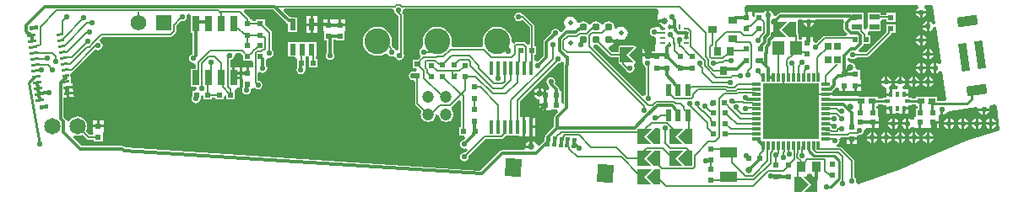
<source format=gtl>
G04*
G04 #@! TF.GenerationSoftware,Altium Limited,Altium Designer,19.1.5 (86)*
G04*
G04 Layer_Physical_Order=1*
G04 Layer_Color=255*
%FSAX24Y24*%
%MOIN*%
G70*
G01*
G75*
%ADD14C,0.0100*%
%ADD15C,0.0080*%
%ADD16C,0.0060*%
%ADD17R,0.0177X0.0581*%
%ADD18R,0.0276X0.0295*%
%ADD19R,0.0217X0.0217*%
%ADD20R,0.0453X0.0571*%
%ADD21R,0.0217X0.0217*%
G04:AMPARAMS|DCode=22|XSize=110.2mil|YSize=31.5mil|CornerRadius=0mil|HoleSize=0mil|Usage=FLASHONLY|Rotation=278.000|XOffset=0mil|YOffset=0mil|HoleType=Round|Shape=Rectangle|*
%AMROTATEDRECTD22*
4,1,4,-0.0233,0.0524,0.0079,0.0568,0.0233,-0.0524,-0.0079,-0.0568,-0.0233,0.0524,0.0*
%
%ADD22ROTATEDRECTD22*%

G04:AMPARAMS|DCode=23|XSize=39.4mil|YSize=78.7mil|CornerRadius=0mil|HoleSize=0mil|Usage=FLASHONLY|Rotation=278.000|XOffset=0mil|YOffset=0mil|HoleType=Round|Shape=Rectangle|*
%AMROTATEDRECTD23*
4,1,4,-0.0417,0.0140,0.0362,0.0250,0.0417,-0.0140,-0.0362,-0.0250,-0.0417,0.0140,0.0*
%
%ADD23ROTATEDRECTD23*%

%ADD24R,0.0413X0.0236*%
%ADD25R,0.0295X0.0236*%
%ADD26R,0.0244X0.0236*%
%ADD27R,0.0157X0.0236*%
%ADD28R,0.0236X0.0157*%
%ADD29O,0.0200X0.0400*%
%ADD30R,0.0354X0.0394*%
%ADD31R,0.0709X0.0394*%
%ADD32R,0.0118X0.0335*%
%ADD33R,0.0335X0.0118*%
%ADD34R,0.2244X0.2244*%
%ADD35R,0.0276X0.0354*%
%ADD36R,0.0354X0.0315*%
%ADD37R,0.0098X0.0187*%
%ADD38R,0.0187X0.0098*%
%ADD39R,0.0236X0.0472*%
G04:AMPARAMS|DCode=40|XSize=39.4mil|YSize=15.7mil|CornerRadius=0mil|HoleSize=0mil|Usage=FLASHONLY|Rotation=86.250|XOffset=0mil|YOffset=0mil|HoleType=Round|Shape=Rectangle|*
%AMROTATEDRECTD40*
4,1,4,0.0066,-0.0202,-0.0091,-0.0191,-0.0066,0.0202,0.0091,0.0191,0.0066,-0.0202,0.0*
%
%ADD40ROTATEDRECTD40*%

G04:AMPARAMS|DCode=41|XSize=70.9mil|YSize=63mil|CornerRadius=0mil|HoleSize=0mil|Usage=FLASHONLY|Rotation=86.250|XOffset=0mil|YOffset=0mil|HoleType=Round|Shape=Rectangle|*
%AMROTATEDRECTD41*
4,1,4,0.0291,-0.0374,-0.0337,-0.0333,-0.0291,0.0374,0.0337,0.0333,0.0291,-0.0374,0.0*
%
%ADD41ROTATEDRECTD41*%

%ADD42C,0.1024*%
%ADD43R,0.0236X0.0453*%
%ADD44R,0.0256X0.0600*%
G04:AMPARAMS|DCode=45|XSize=33.5mil|YSize=15.7mil|CornerRadius=0mil|HoleSize=0mil|Usage=FLASHONLY|Rotation=7.550|XOffset=0mil|YOffset=0mil|HoleType=Round|Shape=Rectangle|*
%AMROTATEDRECTD45*
4,1,4,-0.0156,-0.0100,-0.0176,0.0056,0.0156,0.0100,0.0176,-0.0056,-0.0156,-0.0100,0.0*
%
%ADD45ROTATEDRECTD45*%

G04:AMPARAMS|DCode=46|XSize=31.5mil|YSize=10.2mil|CornerRadius=0mil|HoleSize=0mil|Usage=FLASHONLY|Rotation=7.550|XOffset=0mil|YOffset=0mil|HoleType=Round|Shape=Rectangle|*
%AMROTATEDRECTD46*
4,1,4,-0.0149,-0.0071,-0.0163,0.0030,0.0149,0.0071,0.0163,-0.0030,-0.0149,-0.0071,0.0*
%
%ADD46ROTATEDRECTD46*%

G04:AMPARAMS|DCode=47|XSize=25.6mil|YSize=10.2mil|CornerRadius=0mil|HoleSize=0mil|Usage=FLASHONLY|Rotation=7.550|XOffset=0mil|YOffset=0mil|HoleType=Round|Shape=Rectangle|*
%AMROTATEDRECTD47*
4,1,4,-0.0120,-0.0068,-0.0134,0.0034,0.0120,0.0068,0.0134,-0.0034,-0.0120,-0.0068,0.0*
%
%ADD47ROTATEDRECTD47*%

%ADD48C,0.0310*%
%ADD85C,0.0120*%
%ADD86C,0.0650*%
%ADD87C,0.0472*%
%ADD88C,0.0620*%
%ADD89R,0.0620X0.0620*%
%ADD90C,0.0195*%
%ADD91C,0.0220*%
%ADD92C,0.0260*%
G36*
X050144Y012857D02*
X050137Y012847D01*
X050128Y012800D01*
Y012584D01*
X050137Y012537D01*
X050163Y012497D01*
X050269Y012392D01*
X050228Y012292D01*
X049385D01*
X049350Y012285D01*
X049320Y012265D01*
X049160Y012105D01*
X049133Y012100D01*
X049104Y012080D01*
X049044Y012021D01*
X049008Y012028D01*
X048908Y012103D01*
Y012238D01*
X048750D01*
Y012030D01*
X048650D01*
Y012238D01*
X048492D01*
Y012145D01*
X048346D01*
Y012333D01*
X048339Y012368D01*
X048319Y012398D01*
X048317Y012400D01*
Y012500D01*
X048315Y012509D01*
Y012850D01*
X048312Y012857D01*
X048365Y012957D01*
X048458D01*
X048504Y012900D01*
X048996D01*
X049042Y012957D01*
X050103D01*
X050144Y012857D01*
D02*
G37*
G36*
X053039Y013501D02*
X053069Y013401D01*
X053038Y013380D01*
X052991Y013310D01*
X052985Y013278D01*
X053393D01*
X053387Y013310D01*
X053340Y013380D01*
X053309Y013400D01*
X053340Y013500D01*
X053600Y013500D01*
X053656Y013496D01*
X053756Y012785D01*
X053662Y012759D01*
X053616Y012828D01*
X053546Y012875D01*
X053515Y012881D01*
Y012677D01*
Y012473D01*
X053546Y012479D01*
X053616Y012526D01*
X053662Y012595D01*
X053673Y012652D01*
X053775Y012649D01*
X053974Y011231D01*
X053924Y011197D01*
X053880Y011183D01*
X053822Y011221D01*
X053790Y011228D01*
Y011024D01*
Y010820D01*
X053822Y010826D01*
X053891Y010872D01*
X053918Y010912D01*
X054022Y010891D01*
X054177Y009788D01*
X054111Y009712D01*
X053824D01*
Y009878D01*
X053491D01*
X053409Y009878D01*
Y009878D01*
X053391D01*
Y009878D01*
X052976D01*
Y009812D01*
X052822D01*
Y009839D01*
X052685D01*
Y009920D01*
X052506D01*
Y010020D01*
X052685D01*
Y010188D01*
X052480D01*
X052464Y010288D01*
X052513Y010321D01*
X052560Y010391D01*
X052566Y010422D01*
X052158D01*
X052165Y010391D01*
X052211Y010321D01*
X052280Y010275D01*
X052261Y010197D01*
X052173Y010188D01*
Y010188D01*
X052044D01*
Y009970D01*
X051994D01*
Y009920D01*
X051815D01*
Y009839D01*
X051678D01*
Y009812D01*
X051474D01*
Y009878D01*
X051059D01*
Y009878D01*
X051041D01*
Y009878D01*
X050781D01*
X050755Y009896D01*
X050712Y009904D01*
X050712Y009904D01*
X049676D01*
Y009939D01*
X049408D01*
Y010039D01*
X049676D01*
Y010087D01*
X049695Y010100D01*
X049842Y010247D01*
X049869Y010244D01*
X049942Y010213D01*
Y010112D01*
X050100D01*
Y010320D01*
X050200D01*
Y010112D01*
X050292D01*
X050358Y010112D01*
X050458Y010112D01*
X050550D01*
Y010320D01*
X050600D01*
Y010370D01*
X050808D01*
Y010528D01*
X050808D01*
X050768Y010612D01*
X050768Y010628D01*
Y010948D01*
X050672D01*
X050593Y011048D01*
X050594Y011050D01*
X050579Y011124D01*
X050537Y011187D01*
X050474Y011229D01*
X050400Y011244D01*
X050377Y011239D01*
X050281Y011305D01*
X050284Y011400D01*
X050377Y011428D01*
X050378Y011428D01*
X050434Y011390D01*
X050500Y011377D01*
X050566Y011390D01*
X050622Y011428D01*
X050643Y011458D01*
X051064D01*
X051099Y011465D01*
X051129Y011485D01*
X051995Y012351D01*
X052015Y012381D01*
X052019Y012402D01*
X052168D01*
Y012738D01*
X051832D01*
Y012448D01*
X051026Y011642D01*
X050762D01*
X050721Y011742D01*
X050885Y011906D01*
X050911Y011945D01*
X050919Y011982D01*
X051198D01*
Y012318D01*
X051113D01*
X051083Y012364D01*
X051072Y012401D01*
X051131Y012485D01*
X051149Y012485D01*
X051601D01*
X051601Y012875D01*
X051672Y012945D01*
X051832D01*
Y012862D01*
X052168D01*
Y013198D01*
X051832D01*
Y013129D01*
X051601D01*
Y013215D01*
X051068D01*
Y012941D01*
X051068Y012859D01*
X051068Y012759D01*
Y012609D01*
X050984Y012559D01*
X050968Y012558D01*
X050932Y012584D01*
Y012841D01*
X050932Y012841D01*
Y012859D01*
X050932D01*
X050932Y012941D01*
Y013215D01*
X050399D01*
Y013213D01*
X050386Y013202D01*
X047630D01*
X047583Y013193D01*
X047543Y013166D01*
X047461Y013084D01*
X047427Y013090D01*
X047359Y013124D01*
X047348Y013182D01*
X047301Y013251D01*
X047232Y013298D01*
X047200Y013304D01*
Y013100D01*
X047100D01*
Y013304D01*
X047068Y013298D01*
X046999Y013251D01*
X046963Y013198D01*
X046632D01*
Y013056D01*
X046608Y013040D01*
X046508Y013093D01*
Y013238D01*
X046350D01*
Y013030D01*
X046250D01*
Y013238D01*
X046206D01*
X046202Y013410D01*
X046296Y013510D01*
X053039Y013501D01*
D02*
G37*
G36*
X048250Y012250D02*
X048000D01*
X047700Y012550D01*
X048000Y012850D01*
X048250D01*
Y012250D01*
D02*
G37*
G36*
X047600Y012550D02*
X047900Y012250D01*
X047350D01*
Y012850D01*
X047900D01*
X047600Y012550D01*
D02*
G37*
G36*
X042825Y013294D02*
X042767Y012687D01*
X042660Y012621D01*
X042650Y012623D01*
X042584Y012610D01*
X042528Y012572D01*
X042490Y012516D01*
X042477Y012450D01*
X042490Y012384D01*
X042528Y012328D01*
X042584Y012290D01*
X042650Y012277D01*
X042718Y012188D01*
X042670Y011688D01*
X042542D01*
Y011530D01*
X042750D01*
Y011430D01*
X042542D01*
Y011430D01*
X042517Y011407D01*
X042442Y011365D01*
X042400Y011373D01*
X042364Y011366D01*
X042294Y011418D01*
X042277Y011443D01*
X042279Y011450D01*
Y011500D01*
X042200D01*
Y011250D01*
X042149D01*
X042203Y011215D01*
X042228Y011192D01*
X042240Y011134D01*
X042278Y011078D01*
X042328Y011044D01*
Y009973D01*
X042298Y009952D01*
X042293Y009946D01*
X042172Y009926D01*
X040248Y011849D01*
X040297Y011941D01*
X040350Y011931D01*
X040425Y011946D01*
X040885Y011485D01*
X040915Y011465D01*
X040950Y011458D01*
X041235D01*
Y011250D01*
X041254Y011204D01*
X041300Y011185D01*
X041333D01*
Y011175D01*
X041340Y011140D01*
X041360Y011110D01*
X041535Y010935D01*
X041542Y010930D01*
X041578Y010878D01*
X041634Y010840D01*
X041700Y010827D01*
X041766Y010840D01*
X041822Y010878D01*
X041860Y010934D01*
X041873Y011000D01*
X041860Y011066D01*
X041847Y011085D01*
X041848Y011109D01*
X041850Y011115D01*
X041886Y011200D01*
X041896Y011204D01*
Y011204D01*
X041897Y011206D01*
X041967Y011246D01*
X041975Y011250D01*
X041950D01*
X041650Y011550D01*
X041950Y011850D01*
X041975D01*
X041967Y011854D01*
X041897Y011894D01*
X041896Y011896D01*
Y011896D01*
X041850Y011915D01*
X041849Y011915D01*
X041849Y011915D01*
X041803Y011915D01*
X041300D01*
X041254Y011896D01*
X041235Y011850D01*
Y011642D01*
X040988D01*
X040837Y011793D01*
X040841Y011822D01*
X040876Y011895D01*
X040949Y011910D01*
X041034Y011966D01*
X041090Y012051D01*
X041107Y012138D01*
X041154Y012169D01*
X041204Y012191D01*
X041250Y012160D01*
X041350Y012140D01*
X041450Y012160D01*
X041534Y012216D01*
X041590Y012300D01*
X041610Y012400D01*
X041590Y012500D01*
X041534Y012584D01*
X041450Y012640D01*
X041350Y012660D01*
X041250Y012640D01*
X041166Y012584D01*
X041154Y012567D01*
X041060Y012606D01*
X041069Y012650D01*
X041052Y012734D01*
X041005Y012805D01*
X040934Y012852D01*
X040850Y012869D01*
X040766Y012852D01*
X040695Y012805D01*
X040653Y012742D01*
X040600Y012736D01*
X040547Y012742D01*
X040505Y012805D01*
X040434Y012852D01*
X040350Y012869D01*
X040266Y012852D01*
X040195Y012805D01*
X040153Y012742D01*
X040100Y012736D01*
X040047Y012742D01*
X040005Y012805D01*
X039934Y012852D01*
X039850Y012869D01*
X039766Y012852D01*
X039707Y012813D01*
X039648Y012825D01*
X039601Y012845D01*
X039590Y012900D01*
X039534Y012984D01*
X039450Y013040D01*
X039350Y013060D01*
X039250Y013040D01*
X039166Y012984D01*
X039110Y012900D01*
X039090Y012800D01*
X039110Y012700D01*
X039136Y012661D01*
X039134Y012576D01*
X039106Y012540D01*
X039094Y012533D01*
X039015Y012453D01*
X038966Y012459D01*
X038901Y012480D01*
X038872Y012522D01*
X038816Y012560D01*
X038750Y012573D01*
X038684Y012560D01*
X038628Y012522D01*
X038590Y012466D01*
X038577Y012400D01*
X038577Y012400D01*
X038506Y012329D01*
X038472Y012307D01*
X038313Y012148D01*
X038287Y012108D01*
X038278Y012061D01*
Y011513D01*
X038035Y011270D01*
X038020Y011267D01*
X037936Y011321D01*
X037922Y011339D01*
Y011532D01*
X037998D01*
Y011868D01*
X037922D01*
Y012670D01*
X037915Y012705D01*
X037895Y012735D01*
X037515Y013115D01*
X037485Y013135D01*
X037450Y013142D01*
X037443D01*
X037422Y013172D01*
X037366Y013210D01*
X037300Y013223D01*
X037234Y013210D01*
X037178Y013172D01*
X037140Y013116D01*
X037127Y013050D01*
X037140Y012984D01*
X037178Y012928D01*
X037234Y012890D01*
X037300Y012877D01*
X037366Y012890D01*
X037422Y012928D01*
X037441Y012929D01*
X037738Y012632D01*
Y011979D01*
X037638Y011942D01*
X037565Y012015D01*
X037535Y012035D01*
X037500Y012042D01*
X037200D01*
X037165Y012035D01*
X037135Y012015D01*
X037111Y011991D01*
X037016Y012038D01*
X037021Y012075D01*
X037002Y012224D01*
X036944Y012363D01*
X036852Y012483D01*
X036733Y012574D01*
X036594Y012632D01*
X036444Y012652D01*
X036295Y012632D01*
X036156Y012574D01*
X036037Y012483D01*
X035945Y012363D01*
X035887Y012224D01*
X035868Y012075D01*
X035885Y011942D01*
X035870Y011906D01*
X035814Y011842D01*
X034713D01*
X034657Y011906D01*
X034642Y011942D01*
X034659Y012075D01*
X034639Y012224D01*
X034582Y012363D01*
X034490Y012483D01*
X034371Y012574D01*
X034232Y012632D01*
X034082Y012652D01*
X033933Y012632D01*
X033794Y012574D01*
X033674Y012483D01*
X033583Y012363D01*
X033525Y012224D01*
X033506Y012075D01*
X033525Y011926D01*
X033527Y011921D01*
X033484Y011810D01*
X033428Y011772D01*
X033390Y011716D01*
X033377Y011650D01*
X033390Y011584D01*
X033428Y011528D01*
X033434Y011464D01*
X033335Y011365D01*
X033324Y011348D01*
X033132D01*
Y011012D01*
X033265D01*
X033290Y010988D01*
X033259Y010910D01*
X033235Y010888D01*
X033148D01*
X033132Y010891D01*
X033065Y010878D01*
X033009Y010841D01*
X032972Y010785D01*
X032959Y010718D01*
X032972Y010652D01*
X033009Y010596D01*
X033065Y010558D01*
X033132Y010545D01*
X033208Y010469D01*
Y009612D01*
X033215Y009577D01*
X033235Y009547D01*
X033460Y009322D01*
X033437Y009264D01*
X033426Y009187D01*
X033437Y009110D01*
X033466Y009038D01*
X033514Y008976D01*
X033576Y008928D01*
X033648Y008898D01*
X033725Y008888D01*
X033803Y008898D01*
X033875Y008928D01*
X033936Y008976D01*
X033984Y009038D01*
X034014Y009110D01*
X034021Y009162D01*
X034034Y009173D01*
X034138Y009131D01*
X034142Y009126D01*
X034144Y009110D01*
X034174Y009038D01*
X034221Y008976D01*
X034283Y008928D01*
X034355Y008898D01*
X034432Y008888D01*
X034510Y008898D01*
X034582Y008928D01*
X034644Y008976D01*
X034691Y009038D01*
X034721Y009110D01*
X034731Y009187D01*
X034721Y009264D01*
X034691Y009336D01*
X034663Y009373D01*
X034661Y009381D01*
X034664Y009457D01*
X034678Y009498D01*
X034936Y009756D01*
X035028Y009718D01*
Y008668D01*
X034952D01*
Y008332D01*
X035142D01*
X035185Y008239D01*
X035139Y008171D01*
X035084Y008160D01*
X035028Y008122D01*
X034990Y008066D01*
X034977Y008000D01*
X034990Y007934D01*
X035028Y007878D01*
X035084Y007840D01*
X035150Y007827D01*
X035216Y007840D01*
X035224Y007845D01*
X035288Y007767D01*
X035186Y007666D01*
X035150Y007673D01*
X035084Y007660D01*
X035028Y007622D01*
X034990Y007566D01*
X034977Y007500D01*
X034990Y007434D01*
X035028Y007378D01*
X035084Y007340D01*
X035150Y007327D01*
X035216Y007340D01*
X035272Y007378D01*
X035310Y007434D01*
X035323Y007500D01*
X035316Y007536D01*
X036001Y008221D01*
X036614D01*
X036649Y008228D01*
X036679Y008248D01*
X036774Y008343D01*
X037323D01*
Y008303D01*
X037462D01*
Y008693D01*
Y009084D01*
X037348D01*
Y009718D01*
X038835Y011205D01*
X038850Y011202D01*
X038916Y011215D01*
X038972Y011253D01*
X038985Y011272D01*
X039085Y011242D01*
Y011165D01*
X039078Y011126D01*
Y009585D01*
X039068Y009579D01*
X038968Y009632D01*
Y009718D01*
X038968D01*
Y009782D01*
X038968D01*
Y010118D01*
X038907D01*
Y010166D01*
X038897Y010212D01*
X038871Y010252D01*
X038720Y010404D01*
X038732Y010422D01*
X038745Y010488D01*
X038732Y010555D01*
X038694Y010611D01*
X038638Y010648D01*
X038572Y010662D01*
X038506Y010648D01*
X038450Y010611D01*
X038412Y010555D01*
X038399Y010488D01*
X038412Y010422D01*
X038450Y010366D01*
X038452Y010364D01*
X038459Y010331D01*
X038485Y010292D01*
X038519Y010258D01*
X038477Y010158D01*
X038390D01*
Y009950D01*
X038290D01*
Y010171D01*
X038221Y010217D01*
X038182Y010225D01*
Y010000D01*
X038132D01*
Y009950D01*
X037907D01*
X037915Y009910D01*
X037966Y009834D01*
X038042Y009783D01*
X038132Y009765D01*
Y009600D01*
X038340D01*
Y009550D01*
X038390D01*
Y009342D01*
X038548D01*
Y009342D01*
X038632Y009382D01*
X038648Y009382D01*
X038828D01*
X038866Y009289D01*
X038737Y009160D01*
X038710Y009120D01*
X038701Y009073D01*
Y008711D01*
X038402Y008412D01*
X038386Y008387D01*
X038336Y008390D01*
X038321Y008161D01*
X038124Y007964D01*
X038019Y007989D01*
X038013Y007995D01*
X037966Y008066D01*
X037890Y008117D01*
X037850Y008125D01*
Y007900D01*
X037800D01*
Y007850D01*
X037555D01*
X037498Y007772D01*
X036650D01*
X036603Y007763D01*
X036563Y007737D01*
X035791Y006964D01*
X021771Y007865D01*
X021737Y007899D01*
X021697Y007926D01*
X021650Y007935D01*
X020038D01*
X019707Y008266D01*
X019764Y008351D01*
X019774Y008346D01*
X019875Y008333D01*
X019975Y008346D01*
X020069Y008385D01*
X020076Y008390D01*
X020261Y008205D01*
X020291Y008185D01*
X020326Y008178D01*
X020532D01*
Y008102D01*
X020868D01*
Y008422D01*
X020868Y008438D01*
X020908Y008522D01*
X020908D01*
Y008680D01*
X020700D01*
X020492D01*
Y008522D01*
X020492D01*
X020506Y008428D01*
X020495Y008401D01*
X020462Y008367D01*
X020359Y008367D01*
X020206Y008520D01*
X020211Y008527D01*
X020250Y008621D01*
X020263Y008721D01*
X020250Y008822D01*
X020211Y008915D01*
X020149Y008996D01*
X020069Y009057D01*
X019975Y009096D01*
X019875Y009109D01*
X019774Y009096D01*
X019681Y009057D01*
X019600Y008996D01*
X019539Y008915D01*
X019538Y008914D01*
X019532Y008914D01*
X019437Y008931D01*
X019433Y008952D01*
X019406Y008992D01*
X019332Y009066D01*
Y009842D01*
X019465Y009859D01*
X019445Y010009D01*
X019495Y010016D01*
X019488Y010065D01*
X019714Y010095D01*
X019710Y010130D01*
X019697Y010225D01*
X019696Y010230D01*
X019470Y010200D01*
X019457Y010299D01*
X019683Y010329D01*
X019670Y010430D01*
X019630Y010424D01*
X019604Y010619D01*
X019604D01*
X019603Y010633D01*
X019592Y010714D01*
X019586Y010761D01*
X019652Y010861D01*
X019687Y010868D01*
X019717Y010887D01*
X020595Y011766D01*
X020634Y011740D01*
X020700Y011727D01*
X020766Y011740D01*
X020822Y011778D01*
X020860Y011834D01*
X020873Y011900D01*
X020860Y011966D01*
X020822Y012022D01*
X020786Y012047D01*
X020763Y012128D01*
X020761Y012163D01*
X020857Y012258D01*
X023562D01*
X023597Y012265D01*
X023627Y012285D01*
X023743Y012400D01*
X023762Y012430D01*
X023769Y012465D01*
Y012690D01*
X023966Y012886D01*
X024012Y012877D01*
X024079Y012890D01*
X024135Y012928D01*
X024172Y012984D01*
X024186Y013050D01*
X024178Y013088D01*
X024243Y013165D01*
X024277Y013165D01*
X024362Y013080D01*
Y012408D01*
X024428D01*
Y011569D01*
X024384Y011560D01*
X024328Y011522D01*
X024290Y011466D01*
X024277Y011400D01*
X024290Y011334D01*
X024328Y011278D01*
X024384Y011240D01*
X024450Y011227D01*
X024456Y011228D01*
X024555Y011156D01*
X024556Y011154D01*
Y010992D01*
X024362D01*
Y010272D01*
X024539D01*
X024569Y010248D01*
X024570Y010206D01*
X024484Y010118D01*
X024402D01*
Y009884D01*
X024390Y009866D01*
X024377Y009800D01*
X024390Y009734D01*
X024428Y009678D01*
X024484Y009640D01*
X024550Y009627D01*
X024616Y009640D01*
X024672Y009678D01*
X024710Y009734D01*
X024720Y009782D01*
X024738D01*
Y009915D01*
X024800Y009952D01*
X024862Y009915D01*
Y009782D01*
X025198D01*
Y009858D01*
X025302D01*
Y009782D01*
X025638D01*
Y009887D01*
X025738Y009940D01*
X025762Y009924D01*
Y009782D01*
X026098D01*
Y010118D01*
X026097D01*
X026093Y010142D01*
X026179Y010232D01*
X026278D01*
Y010582D01*
X026050D01*
Y010632D01*
X026000D01*
Y011032D01*
X025924D01*
Y011332D01*
X025966Y011340D01*
X026022Y011378D01*
X026060Y011434D01*
X026073Y011500D01*
X026072Y011508D01*
X026143Y011608D01*
X026332D01*
X026432Y011509D01*
Y011302D01*
X026768D01*
X026810Y011219D01*
Y011138D01*
X026808Y011038D01*
X026710Y011038D01*
X026650D01*
Y010830D01*
X026600D01*
Y010780D01*
X026392D01*
Y010622D01*
X026392D01*
X026432Y010538D01*
X026432Y010522D01*
Y010275D01*
X026428Y010272D01*
X026390Y010216D01*
X026377Y010150D01*
X026390Y010084D01*
X026428Y010028D01*
X026484Y009990D01*
X026550Y009977D01*
X026616Y009990D01*
X026672Y010028D01*
X026710Y010084D01*
X026723Y010150D01*
X026766Y010202D01*
X026768D01*
Y010214D01*
X026868Y010245D01*
X026884Y010221D01*
X026940Y010184D01*
X027006Y010171D01*
X027073Y010184D01*
X027129Y010221D01*
X027166Y010277D01*
X027179Y010344D01*
X027166Y010410D01*
X027129Y010466D01*
X027073Y010504D01*
X027006Y010517D01*
X026993Y010527D01*
Y010823D01*
X027033Y010849D01*
X027093Y010867D01*
X027134Y010840D01*
X027200Y010827D01*
X027266Y010840D01*
X027322Y010878D01*
X027360Y010934D01*
X027373Y011000D01*
X027360Y011066D01*
X027322Y011122D01*
X027322Y011123D01*
Y011361D01*
X027339Y011382D01*
X027411Y011434D01*
X027450Y011427D01*
X027516Y011440D01*
X027572Y011478D01*
X027610Y011534D01*
X027623Y011600D01*
X027610Y011666D01*
X027572Y011722D01*
X027542Y011743D01*
Y012430D01*
X027535Y012465D01*
X027515Y012495D01*
X027268Y012742D01*
Y012948D01*
X026932D01*
Y012882D01*
X026768D01*
Y012948D01*
X026702D01*
Y012950D01*
X026694Y012989D01*
X026672Y013022D01*
X026457Y013238D01*
X026498Y013338D01*
X027607D01*
X028123Y012822D01*
X028163Y012795D01*
X028198Y012788D01*
Y012456D01*
X028554D01*
Y013029D01*
X028330D01*
X028318Y013031D01*
X028260D01*
X028015Y013276D01*
X028054Y013368D01*
X032288D01*
X032377Y013300D01*
X032390Y013234D01*
X032428Y013178D01*
X032480Y013142D01*
X032485Y013135D01*
X032558Y013062D01*
Y011735D01*
X032460Y011716D01*
X032422Y011772D01*
X032366Y011810D01*
X032325Y011818D01*
X032322Y011835D01*
X032302Y011865D01*
X032267Y011900D01*
X032277Y011926D01*
X032297Y012075D01*
X032277Y012224D01*
X032220Y012363D01*
X032128Y012483D01*
X032008Y012574D01*
X031869Y012632D01*
X031720Y012652D01*
X031571Y012632D01*
X031432Y012574D01*
X031312Y012483D01*
X031221Y012363D01*
X031163Y012224D01*
X031143Y012075D01*
X031163Y011926D01*
X031221Y011786D01*
X031312Y011667D01*
X031432Y011575D01*
X031571Y011518D01*
X031720Y011498D01*
X031869Y011518D01*
X032008Y011575D01*
X032036Y011596D01*
X032068Y011592D01*
X032155Y011562D01*
X032178Y011528D01*
X032234Y011490D01*
X032300Y011477D01*
X032336Y011484D01*
X032367Y011489D01*
X032440Y011434D01*
X032478Y011378D01*
X032534Y011340D01*
X032600Y011327D01*
X032666Y011340D01*
X032722Y011378D01*
X032760Y011434D01*
X032773Y011500D01*
X032760Y011566D01*
X032742Y011594D01*
Y013100D01*
X032735Y013135D01*
X032715Y013165D01*
X032684Y013195D01*
X032710Y013234D01*
X032723Y013300D01*
X032812Y013368D01*
X042758D01*
X042825Y013294D01*
D02*
G37*
G36*
X041550Y011550D02*
X041850Y011250D01*
X041300D01*
Y011850D01*
X041850D01*
X041550Y011550D01*
D02*
G37*
G36*
X052976Y009522D02*
X053038D01*
Y009409D01*
X052968D01*
Y009087D01*
X052928D01*
Y008986D01*
X052909Y008971D01*
X052789Y008970D01*
X052720Y009017D01*
X052688Y009023D01*
Y008819D01*
Y008615D01*
X052720Y008621D01*
X052789Y008668D01*
X052909Y008667D01*
X052928Y008652D01*
Y008651D01*
X053100D01*
Y008869D01*
X053200D01*
Y008651D01*
X053372D01*
Y008651D01*
X053428D01*
Y008651D01*
X053600D01*
Y008869D01*
X053650D01*
Y008919D01*
X053872D01*
Y009087D01*
X053875Y009092D01*
X053934Y009172D01*
X053966Y009166D01*
Y009370D01*
X054066D01*
Y009166D01*
X054098Y009172D01*
X054167Y009219D01*
X054197Y009264D01*
X054222Y009291D01*
X054308Y009320D01*
X055373Y009470D01*
X055420Y009420D01*
X055873D01*
X055870Y009439D01*
X055874Y009464D01*
X055924Y009547D01*
X056100Y009572D01*
X056180Y009511D01*
X056300Y008550D01*
X055000Y008150D01*
X053600Y007550D01*
X052400Y007000D01*
X050800Y006450D01*
X050693Y006428D01*
X050668Y006445D01*
X050616Y006514D01*
X050623Y006550D01*
X050610Y006616D01*
X050572Y006672D01*
X050542Y006693D01*
Y007350D01*
X050535Y007385D01*
X050515Y007415D01*
X050065Y007865D01*
X050035Y007885D01*
X050000Y007892D01*
X049885D01*
X049866Y007990D01*
X049922Y008028D01*
X049960Y008084D01*
X049973Y008150D01*
X049965Y008193D01*
X050006Y008267D01*
X050029Y008293D01*
X050242D01*
Y008270D01*
X050450D01*
X050658D01*
Y008358D01*
X050700D01*
X050735Y008365D01*
X050754Y008378D01*
X050816Y008390D01*
X050872Y008428D01*
X050910Y008484D01*
X050923Y008550D01*
X050923Y008551D01*
X050949Y008586D01*
X051022Y008651D01*
X051078D01*
Y008651D01*
X051250D01*
Y008869D01*
X051300D01*
Y008919D01*
X051522D01*
Y009087D01*
X051482D01*
Y009409D01*
X051412D01*
Y009522D01*
X051474D01*
Y009588D01*
X051678D01*
Y009561D01*
X051795D01*
X051805Y009559D01*
X051815Y009551D01*
Y009480D01*
X051994D01*
Y009430D01*
X052044D01*
Y009212D01*
X052173D01*
Y009252D01*
X052327D01*
Y009212D01*
X052456D01*
Y009430D01*
X052506D01*
Y009480D01*
X052685D01*
Y009561D01*
X052822D01*
Y009588D01*
X052976D01*
Y009522D01*
D02*
G37*
G36*
X044150Y008000D02*
X043900D01*
X043600Y008300D01*
X043900Y008600D01*
X044150D01*
Y008000D01*
D02*
G37*
G36*
X043500Y008300D02*
X043800Y008000D01*
X043250D01*
Y008600D01*
X043800D01*
X043500Y008300D01*
D02*
G37*
G36*
X042900Y008000D02*
X042650D01*
X042350Y008300D01*
X042650Y008600D01*
X042900D01*
Y008000D01*
D02*
G37*
G36*
X042250Y008300D02*
X042550Y008000D01*
X042000D01*
Y008600D01*
X042550D01*
X042250Y008300D01*
D02*
G37*
G36*
X044150Y007150D02*
X043900D01*
X043600Y007450D01*
X043900Y007750D01*
X044150D01*
Y007150D01*
D02*
G37*
G36*
X043500Y007450D02*
X043800Y007150D01*
X043250D01*
Y007750D01*
X043800D01*
X043500Y007450D01*
D02*
G37*
G36*
X042900Y007150D02*
X042650D01*
X042350Y007450D01*
X042650Y007750D01*
X042900D01*
Y007150D01*
D02*
G37*
G36*
X042250Y007450D02*
X042550Y007150D01*
X042000D01*
Y007750D01*
X042550D01*
X042250Y007450D01*
D02*
G37*
G36*
X042900Y006400D02*
X042650D01*
X042350Y006700D01*
X042650Y007000D01*
X042900D01*
Y006400D01*
D02*
G37*
G36*
X042250Y006700D02*
X042550Y006400D01*
X042000D01*
Y007000D01*
X042550D01*
X042250Y006700D01*
D02*
G37*
G36*
X049100Y006100D02*
X048550D01*
X048850Y006400D01*
X048550Y006700D01*
X049100D01*
Y006100D01*
D02*
G37*
G36*
X048750Y006400D02*
X048450Y006100D01*
X048200D01*
Y006700D01*
X048450D01*
X048750Y006400D01*
D02*
G37*
%LPC*%
G36*
X048954Y012800D02*
X048800D01*
Y012646D01*
X048832Y012652D01*
X048901Y012699D01*
X048948Y012768D01*
X048954Y012800D01*
D02*
G37*
G36*
X048700D02*
X048546D01*
X048552Y012768D01*
X048599Y012699D01*
X048668Y012652D01*
X048700Y012646D01*
Y012800D01*
D02*
G37*
G36*
X053393Y013178D02*
X053239D01*
Y013024D01*
X053271Y013031D01*
X053340Y013077D01*
X053387Y013146D01*
X053393Y013178D01*
D02*
G37*
G36*
X053139D02*
X052985D01*
X052991Y013146D01*
X053038Y013077D01*
X053107Y013031D01*
X053139Y013024D01*
Y013178D01*
D02*
G37*
G36*
X053415Y012881D02*
X053383Y012875D01*
X053313Y012828D01*
X053267Y012759D01*
X053261Y012727D01*
X053415D01*
Y012881D01*
D02*
G37*
G36*
Y012627D02*
X053261D01*
X053267Y012595D01*
X053313Y012526D01*
X053383Y012479D01*
X053415Y012473D01*
Y012627D01*
D02*
G37*
G36*
X053239Y012330D02*
Y012176D01*
X053393D01*
X053387Y012208D01*
X053340Y012277D01*
X053271Y012324D01*
X053239Y012330D01*
D02*
G37*
G36*
X053139D02*
X053107Y012324D01*
X053038Y012277D01*
X052991Y012208D01*
X052985Y012176D01*
X053139D01*
Y012330D01*
D02*
G37*
G36*
X053393Y012076D02*
X053239D01*
Y011922D01*
X053271Y011928D01*
X053340Y011975D01*
X053387Y012044D01*
X053393Y012076D01*
D02*
G37*
G36*
X053139D02*
X052985D01*
X052991Y012044D01*
X053038Y011975D01*
X053107Y011928D01*
X053139Y011922D01*
Y012076D01*
D02*
G37*
G36*
X053515Y011779D02*
Y011625D01*
X053669D01*
X053662Y011657D01*
X053616Y011726D01*
X053546Y011772D01*
X053515Y011779D01*
D02*
G37*
G36*
X053415D02*
X053383Y011772D01*
X053313Y011726D01*
X053267Y011657D01*
X053261Y011625D01*
X053415D01*
Y011779D01*
D02*
G37*
G36*
X053669Y011525D02*
X053515D01*
Y011371D01*
X053546Y011377D01*
X053616Y011424D01*
X053662Y011493D01*
X053669Y011525D01*
D02*
G37*
G36*
X053415D02*
X053261D01*
X053267Y011493D01*
X053313Y011424D01*
X053383Y011377D01*
X053415Y011371D01*
Y011525D01*
D02*
G37*
G36*
X053690Y011228D02*
X053658Y011221D01*
X053589Y011175D01*
X053542Y011106D01*
X053536Y011074D01*
X053690D01*
Y011228D01*
D02*
G37*
G36*
X053239D02*
Y011074D01*
X053393D01*
X053387Y011106D01*
X053340Y011175D01*
X053271Y011221D01*
X053239Y011228D01*
D02*
G37*
G36*
X053139D02*
X053107Y011221D01*
X053038Y011175D01*
X052991Y011106D01*
X052985Y011074D01*
X053139D01*
Y011228D01*
D02*
G37*
G36*
X053690Y010974D02*
X053536D01*
X053542Y010942D01*
X053589Y010872D01*
X053658Y010826D01*
X053690Y010820D01*
Y010974D01*
D02*
G37*
G36*
X053393D02*
X053239D01*
Y010820D01*
X053271Y010826D01*
X053340Y010872D01*
X053387Y010942D01*
X053393Y010974D01*
D02*
G37*
G36*
X053139D02*
X052985D01*
X052991Y010942D01*
X053038Y010872D01*
X053107Y010826D01*
X053139Y010820D01*
Y010974D01*
D02*
G37*
G36*
X053515Y010676D02*
Y010522D01*
X053669D01*
X053662Y010554D01*
X053616Y010624D01*
X053546Y010670D01*
X053515Y010676D01*
D02*
G37*
G36*
X053415D02*
X053383Y010670D01*
X053313Y010624D01*
X053267Y010554D01*
X053261Y010522D01*
X053415D01*
Y010676D01*
D02*
G37*
G36*
X052963D02*
Y010522D01*
X053117D01*
X053111Y010554D01*
X053065Y010624D01*
X052995Y010670D01*
X052963Y010676D01*
D02*
G37*
G36*
X052863D02*
X052832Y010670D01*
X052762Y010624D01*
X052716Y010554D01*
X052709Y010522D01*
X052863D01*
Y010676D01*
D02*
G37*
G36*
X052412D02*
Y010522D01*
X052566D01*
X052560Y010554D01*
X052513Y010624D01*
X052444Y010670D01*
X052412Y010676D01*
D02*
G37*
G36*
X052312D02*
X052280Y010670D01*
X052211Y010624D01*
X052165Y010554D01*
X052158Y010522D01*
X052312D01*
Y010676D01*
D02*
G37*
G36*
X051861D02*
Y010522D01*
X052015D01*
X052009Y010554D01*
X051962Y010624D01*
X051893Y010670D01*
X051861Y010676D01*
D02*
G37*
G36*
X051761D02*
X051729Y010670D01*
X051660Y010624D01*
X051613Y010554D01*
X051607Y010522D01*
X051761D01*
Y010676D01*
D02*
G37*
G36*
X053669Y010422D02*
X053515D01*
Y010268D01*
X053546Y010275D01*
X053616Y010321D01*
X053662Y010391D01*
X053669Y010422D01*
D02*
G37*
G36*
X053415D02*
X053261D01*
X053267Y010391D01*
X053313Y010321D01*
X053383Y010275D01*
X053415Y010268D01*
Y010422D01*
D02*
G37*
G36*
X053117D02*
X052963D01*
Y010268D01*
X052995Y010275D01*
X053065Y010321D01*
X053111Y010391D01*
X053117Y010422D01*
D02*
G37*
G36*
X052863D02*
X052709D01*
X052716Y010391D01*
X052762Y010321D01*
X052832Y010275D01*
X052863Y010268D01*
Y010422D01*
D02*
G37*
G36*
X050808Y010270D02*
X050650D01*
Y010112D01*
X050808D01*
Y010270D01*
D02*
G37*
G36*
X052015Y010422D02*
X051607D01*
X051613Y010391D01*
X051660Y010321D01*
X051729Y010275D01*
X051766Y010267D01*
X051814Y010190D01*
X051815Y010163D01*
Y010020D01*
X051944D01*
Y010188D01*
X051929D01*
X051912Y010288D01*
X051962Y010321D01*
X052009Y010391D01*
X052015Y010422D01*
D02*
G37*
G36*
X029342Y013068D02*
X029174D01*
Y012792D01*
X029342D01*
Y013068D01*
D02*
G37*
G36*
X029074D02*
X028906D01*
Y012792D01*
X029074D01*
Y013068D01*
D02*
G37*
G36*
X030300Y012938D02*
Y012780D01*
X030458D01*
Y012938D01*
X030300D01*
D02*
G37*
G36*
X029750D02*
X029592D01*
Y012780D01*
X029750D01*
Y012938D01*
D02*
G37*
G36*
X029342Y012692D02*
X029174D01*
Y012416D01*
X029342D01*
Y012692D01*
D02*
G37*
G36*
X029074D02*
X028906D01*
Y012416D01*
X029074D01*
Y012692D01*
D02*
G37*
G36*
X030042Y012938D02*
X029942Y012938D01*
X029850D01*
Y012730D01*
X029800D01*
Y012680D01*
X029592D01*
Y012522D01*
X029592D01*
X029632Y012438D01*
X029632Y012422D01*
Y012102D01*
X029728D01*
Y011629D01*
X029728Y011628D01*
X029690Y011572D01*
X029677Y011506D01*
X029690Y011440D01*
X029728Y011384D01*
X029784Y011346D01*
X029850Y011333D01*
X029916Y011346D01*
X029972Y011384D01*
X030010Y011440D01*
X030023Y011506D01*
X030010Y011572D01*
X029972Y011628D01*
X029972Y011629D01*
Y012148D01*
X030082D01*
Y012102D01*
X030418D01*
Y012422D01*
X030418Y012438D01*
X030458Y012522D01*
X030458D01*
Y012680D01*
X030250D01*
Y012730D01*
X030200D01*
Y012938D01*
X030042D01*
D02*
G37*
G36*
X028946Y012044D02*
X028846Y012044D01*
X028572Y012044D01*
X028472Y012044D01*
X028198D01*
Y011472D01*
X028458D01*
X028478Y011463D01*
X028552Y011371D01*
X028552Y011368D01*
X028552D01*
Y011034D01*
X028540Y011016D01*
X028527Y010950D01*
X028540Y010884D01*
X028578Y010828D01*
X028634Y010790D01*
X028700Y010777D01*
X028766Y010790D01*
X028822Y010828D01*
X028860Y010884D01*
X028870Y010935D01*
X028871Y010939D01*
X028871Y010939D01*
X028873Y010950D01*
X028888Y011032D01*
X028888D01*
Y011368D01*
X028888D01*
X028879Y011468D01*
X028882Y011471D01*
X029018Y011472D01*
X029021Y011468D01*
X029012Y011368D01*
X029012D01*
Y011032D01*
X029348D01*
Y011368D01*
X029272D01*
Y011472D01*
X029302D01*
Y012044D01*
X028946Y012044D01*
D02*
G37*
G36*
X042200Y011807D02*
Y011600D01*
X042279D01*
Y011650D01*
X042263Y011728D01*
X042219Y011794D01*
X042200Y011807D01*
D02*
G37*
G36*
X026550Y011038D02*
X026392D01*
Y010880D01*
X026550D01*
Y011038D01*
D02*
G37*
G36*
X026278Y011032D02*
X026100D01*
Y010682D01*
X026278D01*
Y011032D01*
D02*
G37*
G36*
X038082Y010225D02*
X038042Y010217D01*
X037966Y010166D01*
X037915Y010090D01*
X037907Y010050D01*
X038082D01*
Y010225D01*
D02*
G37*
G36*
X019727Y009996D02*
X019551Y009973D01*
X019564Y009872D01*
X019741Y009896D01*
X019727Y009996D01*
D02*
G37*
G36*
X038290Y009500D02*
X038132D01*
Y009342D01*
X038290D01*
Y009500D01*
D02*
G37*
G36*
X020908Y008938D02*
X020750D01*
Y008780D01*
X020908D01*
Y008938D01*
D02*
G37*
G36*
X020650D02*
X020492D01*
Y008780D01*
X020650D01*
Y008938D01*
D02*
G37*
G36*
X037956Y009084D02*
X037818D01*
Y008743D01*
X037956D01*
Y009084D01*
D02*
G37*
G36*
Y008643D02*
X037818D01*
Y008303D01*
X037956D01*
Y008643D01*
D02*
G37*
G36*
X037718Y009084D02*
X037562D01*
Y008693D01*
Y008303D01*
X037718D01*
Y008693D01*
Y009084D01*
D02*
G37*
G36*
X037750Y008125D02*
X037710Y008117D01*
X037634Y008066D01*
X037583Y007990D01*
X037575Y007950D01*
X037750D01*
Y008125D01*
D02*
G37*
G36*
X052685Y009380D02*
X052556D01*
Y009212D01*
X052685D01*
Y009380D01*
D02*
G37*
G36*
X051944D02*
X051815D01*
Y009212D01*
X051944D01*
Y009380D01*
D02*
G37*
G36*
X055873Y009320D02*
X055719D01*
Y009166D01*
X055751Y009172D01*
X055821Y009219D01*
X055867Y009288D01*
X055873Y009320D01*
D02*
G37*
G36*
X055619D02*
X055465D01*
X055472Y009288D01*
X055518Y009219D01*
X055587Y009172D01*
X055619Y009166D01*
Y009320D01*
D02*
G37*
G36*
X055995Y009023D02*
Y008869D01*
X056149D01*
X056143Y008901D01*
X056096Y008970D01*
X056027Y009017D01*
X055995Y009023D01*
D02*
G37*
G36*
X055895D02*
X055863Y009017D01*
X055794Y008970D01*
X055747Y008901D01*
X055741Y008869D01*
X055895D01*
Y009023D01*
D02*
G37*
G36*
X055444D02*
Y008869D01*
X055598D01*
X055591Y008901D01*
X055545Y008970D01*
X055476Y009017D01*
X055444Y009023D01*
D02*
G37*
G36*
X055344D02*
X055312Y009017D01*
X055242Y008970D01*
X055196Y008901D01*
X055190Y008869D01*
X055344D01*
Y009023D01*
D02*
G37*
G36*
X054893D02*
Y008869D01*
X055047D01*
X055040Y008901D01*
X054994Y008970D01*
X054924Y009017D01*
X054893Y009023D01*
D02*
G37*
G36*
X054793D02*
X054761Y009017D01*
X054691Y008970D01*
X054645Y008901D01*
X054639Y008869D01*
X054793D01*
Y009023D01*
D02*
G37*
G36*
X054341D02*
Y008869D01*
X054495D01*
X054489Y008901D01*
X054443Y008970D01*
X054373Y009017D01*
X054341Y009023D01*
D02*
G37*
G36*
X054241D02*
X054209Y009017D01*
X054140Y008970D01*
X054094Y008901D01*
X054087Y008869D01*
X054241D01*
Y009023D01*
D02*
G37*
G36*
X052588D02*
X052556Y009017D01*
X052487Y008970D01*
X052440Y008901D01*
X052434Y008869D01*
X052588D01*
Y009023D01*
D02*
G37*
G36*
X052137D02*
Y008869D01*
X052291D01*
X052284Y008901D01*
X052238Y008970D01*
X052168Y009017D01*
X052137Y009023D01*
D02*
G37*
G36*
X052037D02*
X052005Y009017D01*
X051935Y008970D01*
X051889Y008901D01*
X051883Y008869D01*
X052037D01*
Y009023D01*
D02*
G37*
G36*
X053872Y008819D02*
X053700D01*
Y008651D01*
X053872D01*
Y008819D01*
D02*
G37*
G36*
X051522D02*
X051350D01*
Y008651D01*
X051522D01*
Y008819D01*
D02*
G37*
G36*
X056149Y008769D02*
X055995D01*
Y008615D01*
X056027Y008621D01*
X056096Y008668D01*
X056143Y008737D01*
X056149Y008769D01*
D02*
G37*
G36*
X055895D02*
X055741D01*
X055747Y008737D01*
X055794Y008668D01*
X055863Y008621D01*
X055895Y008615D01*
Y008769D01*
D02*
G37*
G36*
X055598D02*
X055444D01*
Y008615D01*
X055476Y008621D01*
X055545Y008668D01*
X055591Y008737D01*
X055598Y008769D01*
D02*
G37*
G36*
X055344D02*
X055190D01*
X055196Y008737D01*
X055242Y008668D01*
X055312Y008621D01*
X055344Y008615D01*
Y008769D01*
D02*
G37*
G36*
X055047D02*
X054893D01*
Y008615D01*
X054924Y008621D01*
X054994Y008668D01*
X055040Y008737D01*
X055047Y008769D01*
D02*
G37*
G36*
X054793D02*
X054639D01*
X054645Y008737D01*
X054691Y008668D01*
X054761Y008621D01*
X054793Y008615D01*
Y008769D01*
D02*
G37*
G36*
X054495D02*
X054341D01*
Y008615D01*
X054373Y008621D01*
X054443Y008668D01*
X054489Y008737D01*
X054495Y008769D01*
D02*
G37*
G36*
X054241D02*
X054087D01*
X054094Y008737D01*
X054140Y008668D01*
X054209Y008621D01*
X054241Y008615D01*
Y008769D01*
D02*
G37*
G36*
X052588D02*
X052434D01*
X052440Y008737D01*
X052487Y008668D01*
X052556Y008621D01*
X052588Y008615D01*
Y008769D01*
D02*
G37*
G36*
X052291D02*
X052137D01*
Y008615D01*
X052168Y008621D01*
X052238Y008668D01*
X052284Y008737D01*
X052291Y008769D01*
D02*
G37*
G36*
X052037D02*
X051883D01*
X051889Y008737D01*
X051935Y008668D01*
X052005Y008621D01*
X052037Y008615D01*
Y008769D01*
D02*
G37*
G36*
X053515Y008472D02*
Y008318D01*
X053669D01*
X053662Y008350D01*
X053616Y008419D01*
X053546Y008465D01*
X053515Y008472D01*
D02*
G37*
G36*
X053415D02*
X053383Y008465D01*
X053313Y008419D01*
X053267Y008350D01*
X053261Y008318D01*
X053415D01*
Y008472D01*
D02*
G37*
G36*
X052963D02*
Y008318D01*
X053117D01*
X053111Y008350D01*
X053065Y008419D01*
X052995Y008465D01*
X052963Y008472D01*
D02*
G37*
G36*
X052863D02*
X052832Y008465D01*
X052762Y008419D01*
X052716Y008350D01*
X052709Y008318D01*
X052863D01*
Y008472D01*
D02*
G37*
G36*
X052412D02*
Y008318D01*
X052566D01*
X052560Y008350D01*
X052513Y008419D01*
X052444Y008465D01*
X052412Y008472D01*
D02*
G37*
G36*
X052312D02*
X052280Y008465D01*
X052211Y008419D01*
X052165Y008350D01*
X052158Y008318D01*
X052312D01*
Y008472D01*
D02*
G37*
G36*
X051861D02*
Y008318D01*
X052015D01*
X052009Y008350D01*
X051962Y008419D01*
X051893Y008465D01*
X051861Y008472D01*
D02*
G37*
G36*
X051761D02*
X051729Y008465D01*
X051660Y008419D01*
X051613Y008350D01*
X051607Y008318D01*
X051761D01*
Y008472D01*
D02*
G37*
G36*
X051310D02*
Y008318D01*
X051464D01*
X051458Y008350D01*
X051411Y008419D01*
X051342Y008465D01*
X051310Y008472D01*
D02*
G37*
G36*
X051210D02*
X051178Y008465D01*
X051109Y008419D01*
X051062Y008350D01*
X051056Y008318D01*
X051210D01*
Y008472D01*
D02*
G37*
G36*
X053669Y008218D02*
X053515D01*
Y008064D01*
X053546Y008070D01*
X053616Y008116D01*
X053662Y008186D01*
X053669Y008218D01*
D02*
G37*
G36*
X053415D02*
X053261D01*
X053267Y008186D01*
X053313Y008116D01*
X053383Y008070D01*
X053415Y008064D01*
Y008218D01*
D02*
G37*
G36*
X053117D02*
X052963D01*
Y008064D01*
X052995Y008070D01*
X053065Y008116D01*
X053111Y008186D01*
X053117Y008218D01*
D02*
G37*
G36*
X052863D02*
X052709D01*
X052716Y008186D01*
X052762Y008116D01*
X052832Y008070D01*
X052863Y008064D01*
Y008218D01*
D02*
G37*
G36*
X052566D02*
X052412D01*
Y008064D01*
X052444Y008070D01*
X052513Y008116D01*
X052560Y008186D01*
X052566Y008218D01*
D02*
G37*
G36*
X052312D02*
X052158D01*
X052165Y008186D01*
X052211Y008116D01*
X052280Y008070D01*
X052312Y008064D01*
Y008218D01*
D02*
G37*
G36*
X052015D02*
X051861D01*
Y008064D01*
X051893Y008070D01*
X051962Y008116D01*
X052009Y008186D01*
X052015Y008218D01*
D02*
G37*
G36*
X051761D02*
X051607D01*
X051613Y008186D01*
X051660Y008116D01*
X051729Y008070D01*
X051761Y008064D01*
Y008218D01*
D02*
G37*
G36*
X051464D02*
X051310D01*
Y008064D01*
X051342Y008070D01*
X051411Y008116D01*
X051458Y008186D01*
X051464Y008218D01*
D02*
G37*
G36*
X051210D02*
X051056D01*
X051062Y008186D01*
X051109Y008116D01*
X051178Y008070D01*
X051210Y008064D01*
Y008218D01*
D02*
G37*
G36*
X050658Y008170D02*
X050500D01*
Y008012D01*
X050658D01*
Y008170D01*
D02*
G37*
G36*
X050400D02*
X050242D01*
Y008012D01*
X050400D01*
Y008170D01*
D02*
G37*
%LPD*%
D14*
X049762Y007540D02*
X049960Y007342D01*
Y006658D02*
Y007342D01*
X049621Y006319D02*
X049960Y006658D01*
X055192Y010048D02*
X055279Y010135D01*
X055192Y009792D02*
Y010048D01*
X055000Y009600D02*
X055192Y009792D01*
X053717Y009600D02*
X055000D01*
X053617Y009700D02*
X053717Y009600D01*
X049450Y006300D02*
X049469Y006319D01*
X049621D01*
X048956Y007540D02*
X049762D01*
X048748Y007748D02*
X048956Y007540D01*
X048748Y007748D02*
Y007933D01*
X048739Y007942D02*
X048748Y007933D01*
X017938Y010448D02*
X018035Y010544D01*
Y010549D02*
X018173Y010687D01*
X017938Y010448D02*
X018400Y008000D01*
X050800Y009696D02*
X050804Y009700D01*
X050800Y009231D02*
Y009696D01*
X051267Y009700D02*
X051300Y009667D01*
Y009231D02*
Y009667D01*
X053500Y009632D02*
X053548D01*
X053617Y009700D01*
Y009265D02*
X053650Y009231D01*
X053617Y009265D02*
Y009700D01*
X053150Y009667D02*
X053183Y009700D01*
X053150Y009231D02*
Y009667D01*
X055279Y010135D02*
X055392D01*
X052644Y009700D02*
X053183D01*
X051267D02*
X051834D01*
X051805Y009671D02*
X051834Y009700D01*
X051856D01*
X050712Y009792D02*
X050804Y009700D01*
X049408Y009792D02*
X050712D01*
D15*
X038750Y012400D02*
X038762Y012412D01*
X043300Y013050D02*
X043350D01*
X019050Y013300D02*
X025450D01*
X025500Y013250D01*
X018404Y012654D02*
X019050Y013300D01*
X046750Y011300D02*
X046830D01*
X046850Y011320D01*
X025500Y013250D02*
X025525Y013225D01*
X022278Y012813D02*
Y013250D01*
X026600Y012780D02*
Y012950D01*
Y012780D02*
X027100D01*
X025500Y013250D02*
X026300D01*
X025550Y012908D02*
Y013200D01*
X018414Y011964D02*
Y012654D01*
X018349Y011899D02*
X018414Y011964D01*
X018242Y011899D02*
X018349D01*
X026300Y013250D02*
X026600Y012950D01*
D16*
X047920Y007150D02*
X047950D01*
X047150Y006950D02*
X047750D01*
X046550Y006350D02*
X047150Y006950D01*
X043125Y006350D02*
X046550D01*
X047760Y007471D02*
Y007690D01*
X043250Y012339D02*
X043404Y012184D01*
X045850Y009450D02*
X046100Y009200D01*
X018171Y011389D02*
X018767D01*
X046333Y009200D02*
X046334Y009202D01*
X046057Y009005D02*
X046692D01*
X045573Y009489D02*
X046057Y009005D01*
X045817Y009665D02*
X046152D01*
X045802Y009650D02*
X045817Y009665D01*
X045800Y009650D02*
X045802D01*
X046152Y009665D02*
X046174Y009643D01*
X046536D01*
X046100Y009200D02*
X046333D01*
X046202Y009460D02*
X046250Y009412D01*
X046200Y009458D02*
X046250Y009408D01*
Y009400D02*
Y009408D01*
Y009400D02*
Y009412D01*
X046288Y009450D01*
X046250Y009400D02*
Y009412D01*
X046288Y009450D02*
X046292Y009446D01*
X046200Y009458D02*
X046202Y009460D01*
X046253Y009409D01*
X046200Y009462D02*
X046202Y009460D01*
X045934Y010186D02*
X046692D01*
X043056Y008066D02*
X043080Y008090D01*
Y008632D01*
X043163Y008832D02*
X043375Y008620D01*
X043071Y008832D02*
X043163D01*
X043042Y008860D02*
X043071Y008832D01*
X042978Y008860D02*
X043042D01*
X042968Y008850D02*
X042978Y008860D01*
X042617Y008850D02*
X042968D01*
X042607Y008860D02*
X042617Y008850D01*
X042535Y008860D02*
X042607D01*
X042700Y009050D02*
X042800D01*
X042407Y009560D02*
X042579D01*
X040100Y011867D02*
Y012300D01*
Y011867D02*
X042407Y009560D01*
X047750Y006950D02*
X047872Y007072D01*
X048345Y011095D02*
X048500Y011250D01*
X049385Y012200D02*
X050570D01*
X047900Y011337D02*
X048154Y011591D01*
X047900Y011117D02*
Y011337D01*
Y011117D02*
X047910Y011107D01*
Y010700D02*
Y011107D01*
X047952Y007552D02*
Y007942D01*
X042650Y012450D02*
X042700D01*
X042752Y012398D01*
X050700Y008450D02*
X050775Y008525D01*
X043644Y012099D02*
Y012131D01*
Y012099D02*
X043650Y012093D01*
X043271Y012360D02*
X043300D01*
X043250Y012339D02*
X043271Y012360D01*
X041600Y011000D02*
X041700D01*
X041425Y011175D02*
X041600Y011000D01*
X038650Y011383D02*
Y011950D01*
X037000Y009733D02*
X038650Y011383D01*
X044091Y011883D02*
X044650Y011324D01*
Y011098D02*
Y011324D01*
Y011098D02*
X045089Y010659D01*
X044450Y011100D02*
Y011200D01*
X038850Y011350D02*
Y011375D01*
X048050Y009300D02*
X048739Y009989D01*
X032673Y013460D02*
X043640D01*
X032633Y013500D02*
X032673Y013460D01*
X032467Y013500D02*
X032633D01*
X032427Y013460D02*
X032467Y013500D01*
X027658Y013460D02*
X032427D01*
X043640D02*
X044689Y012411D01*
X032550Y013200D02*
Y013300D01*
Y013200D02*
X032650Y013100D01*
X024000Y013038D02*
Y013050D01*
X024012D01*
X020250Y012450D02*
X020350D01*
X019455Y011655D02*
X020250Y012450D01*
X019277Y011655D02*
X019455D01*
X020295Y012095D02*
X020341Y012141D01*
X019637Y011437D02*
X020295Y012095D01*
X019325Y011437D02*
X019637D01*
X020260Y011860D02*
X020343D01*
X020495Y012013D01*
Y012027D02*
X020819Y012350D01*
X020495Y012013D02*
Y012027D01*
X044950Y010450D02*
X045650D01*
X018735Y011116D02*
Y011155D01*
X044550Y010850D02*
X044950Y010450D01*
X018735Y011116D02*
X018893Y010958D01*
X018700Y011400D02*
X018756D01*
X018767Y011389D01*
X019319Y012197D02*
X020122Y013000D01*
X020111D02*
X020122D01*
X036875Y011675D02*
X036950Y011750D01*
X036794Y011906D02*
X036950Y011750D01*
X037150Y011567D02*
Y011900D01*
X035918Y011750D02*
X036218Y011450D01*
X037033D02*
X037150Y011567D01*
X036218Y011450D02*
X037033D01*
X032237Y011625D02*
Y011800D01*
Y011625D02*
X032300Y011688D01*
X031962Y012075D02*
X032237Y011800D01*
X032300Y011650D02*
Y011688D01*
X026370Y011700D02*
X026600Y011470D01*
X025112Y011700D02*
X026370D01*
X024648Y011236D02*
X025112Y011700D01*
X025150Y010938D02*
Y011250D01*
X025066Y011484D02*
X025284D01*
X024800Y011219D02*
X025066Y011484D01*
X043445Y009816D02*
X044129D01*
X044182Y009869D01*
X044050Y009564D02*
X044750Y008863D01*
X044050Y009564D02*
Y009600D01*
X044399Y009468D02*
Y009513D01*
Y009468D02*
X044567Y009300D01*
X044600D02*
X044900Y009000D01*
X044567Y009300D02*
X044600D01*
X045741Y009709D02*
X045800Y009650D01*
X045730Y009709D02*
X045741D01*
X045675Y010659D02*
X045716Y010700D01*
X045089Y010659D02*
X045675D01*
X045716Y010700D02*
X046050D01*
X045865Y009465D02*
X045900D01*
X045910Y008808D02*
X046692D01*
X045678Y008611D02*
X046692D01*
X045593Y009125D02*
X045910Y008808D01*
X045460Y008400D02*
X046678D01*
X046300Y012680D02*
X046450D01*
X049933Y008600D02*
X050050D01*
X049408Y008611D02*
X049456Y008563D01*
X050271Y008385D02*
X050336Y008450D01*
X049408Y008414D02*
X049438Y008385D01*
X050271D01*
X049800Y008150D02*
Y008200D01*
X049783Y008217D02*
X049800Y008200D01*
X049837Y008505D02*
X049933Y008600D01*
X049456Y008563D02*
X049613D01*
X049672Y008505D02*
X049837D01*
X049666Y008511D02*
X049672Y008505D01*
X049666Y008511D02*
Y008511D01*
X049716Y008704D02*
X049754D01*
X049712Y008700D02*
X049716Y008704D01*
X049613Y008563D02*
X049666Y008511D01*
X048300Y007467D02*
X048435Y007332D01*
Y007100D02*
Y007332D01*
X048310Y007643D02*
Y007906D01*
X048300Y007633D02*
X048310Y007643D01*
X048180Y007410D02*
Y007682D01*
X047950Y007180D02*
X048180Y007410D01*
X047760Y007690D02*
X047800Y007730D01*
X047953Y007550D02*
X047980Y007577D01*
X047800Y007730D02*
Y007788D01*
X047980Y007577D02*
Y007628D01*
X048190Y007692D02*
Y007900D01*
X048180Y007682D02*
X048190Y007692D01*
X048300Y007467D02*
Y007633D01*
X047450Y007180D02*
Y007650D01*
X047252Y007252D02*
Y007663D01*
X047330Y007741D01*
Y007884D01*
X047460Y007589D02*
X047473D01*
X047550Y007666D01*
X048500Y007550D02*
Y007900D01*
X048700Y007400D02*
X049365D01*
X048582Y007282D02*
X048700Y007400D01*
X050100Y006450D02*
Y007500D01*
X049920Y007680D02*
X050100Y007500D01*
X049041Y007680D02*
X049920D01*
X050450Y006550D02*
Y007350D01*
X050000Y007800D02*
X050450Y007350D01*
X049274Y007800D02*
X050000D01*
X045468Y010010D02*
X045928D01*
X045518Y010130D02*
X045879D01*
X045567Y010250D02*
X045829D01*
X045527Y010290D02*
X045567Y010250D01*
X045478Y010170D02*
X045518Y010130D01*
X045458Y010020D02*
X045468Y010010D01*
X045416Y010020D02*
X045458D01*
X044370Y010170D02*
X045478D01*
X044122Y010290D02*
X045527D01*
X045829Y010250D02*
X045962Y010383D01*
X045879Y010130D02*
X045934Y010186D01*
X045968Y010050D02*
X046474D01*
X045928Y010010D02*
X045968Y010050D01*
X044991Y010926D02*
X045350D01*
X044800Y011117D02*
Y011354D01*
Y011117D02*
X044991Y010926D01*
X045402Y011300D02*
X045700D01*
X046350Y010750D02*
Y010900D01*
X045000Y011200D02*
X045150D01*
X044550Y010850D02*
Y011000D01*
X044450Y011100D02*
X044550Y011000D01*
X046474Y010050D02*
X046487Y010037D01*
X045962Y010383D02*
X046692D01*
X045211Y009815D02*
X045416Y010020D01*
X045211Y008267D02*
Y009815D01*
X036444Y011906D02*
X036794D01*
X037512Y011257D02*
X037560D01*
X033400Y011156D02*
Y011300D01*
X033550Y011650D02*
X034050D01*
X034082Y011682D01*
X034067Y011473D02*
X034332D01*
X034044Y011450D02*
X034067Y011473D01*
X033550Y011450D02*
X034044D01*
X034332Y011473D02*
X034609Y011750D01*
X037300Y013050D02*
X037450D01*
X037830Y012670D01*
X032650Y011450D02*
Y013100D01*
X032600Y011500D02*
X032650Y011450D01*
X033132Y010718D02*
Y010758D01*
X033137Y010753D01*
X033267D01*
X033300Y010720D01*
X046498Y011048D02*
Y011963D01*
X046411Y012050D02*
X046498Y011963D01*
X045870Y012050D02*
X046411D01*
X046350Y010900D02*
X046498Y011048D01*
X046644Y010037D02*
X046692Y009989D01*
X046487Y010037D02*
X046644D01*
X043974Y010142D02*
X044122Y010290D01*
X045850Y009450D02*
X045865Y009465D01*
X044182Y009982D02*
X044370Y010170D01*
X046750Y010876D02*
X046967Y010658D01*
X046750Y010876D02*
Y010900D01*
X050750Y008550D02*
X050775Y008525D01*
X050500Y011550D02*
X051064D01*
X050831Y012497D02*
X050967Y012361D01*
X050831Y012497D02*
Y012575D01*
X051064Y011550D02*
X051930Y012416D01*
X049503Y011856D02*
Y011866D01*
X049100Y011453D02*
X049503Y011856D01*
X049008Y011855D02*
X049168Y012015D01*
X049200D01*
X049008Y011855D02*
X049080D01*
X049200Y012015D02*
X049385Y012200D01*
X046998Y012424D02*
Y012832D01*
X046800Y013030D02*
X046998Y012832D01*
X042400Y011200D02*
X042420Y011180D01*
X045710Y007290D02*
Y007583D01*
Y007290D02*
X046250Y006750D01*
X045462Y007830D02*
X045600Y007692D01*
X045710Y007583D01*
X046550Y006750D02*
X047132Y007332D01*
X046250Y006750D02*
X046550D01*
X046600Y006600D02*
X047252Y007252D01*
X045708Y006600D02*
X046600D01*
X045600Y006708D02*
X045708Y006600D01*
X048148Y007942D02*
X048190Y007900D01*
X047950Y007180D02*
X047950D01*
Y007150D02*
Y007180D01*
X047740Y007472D02*
X047741D01*
X047750Y007481D01*
X047760Y007471D01*
X048310Y007906D02*
X048345Y007942D01*
X047952Y007552D02*
X047953Y007550D01*
X047550Y007666D02*
X047558Y007658D01*
X042420Y009830D02*
Y011180D01*
X043357Y009904D02*
Y009936D01*
Y009904D02*
X043445Y009816D01*
X039065Y012118D02*
X039243Y012296D01*
X039065Y011785D02*
Y012118D01*
X039042Y008287D02*
X039121Y008366D01*
X039042Y008275D02*
Y008287D01*
X038968Y008201D02*
X039042Y008275D01*
X041360Y007500D02*
X042034Y006827D01*
X039627Y007500D02*
X041360D01*
X039298Y007829D02*
X039627Y007500D01*
X036744Y010494D02*
Y011007D01*
X036650Y010400D02*
X036744Y010494D01*
X036333Y010400D02*
X036650D01*
X035725Y011008D02*
X036333Y010400D01*
X037000Y010550D02*
Y011007D01*
X036650Y010200D02*
X037000Y010550D01*
X036300Y010200D02*
X036650D01*
X035398Y011102D02*
X036300Y010200D01*
X036800Y010000D02*
X037256Y010456D01*
X036270Y010000D02*
X036800D01*
X035600Y010670D02*
X036270Y010000D01*
X037768Y011007D02*
Y011208D01*
X037830Y011271D01*
Y011700D01*
X037256Y011007D02*
Y011208D01*
X037333Y011286D01*
Y011663D01*
X037370Y011700D01*
X037570Y011316D02*
X037600Y011345D01*
X037570Y011267D02*
Y011316D01*
X037560Y011257D02*
X037570Y011267D01*
X037600Y011345D02*
Y011850D01*
X037500Y011950D02*
X037600Y011850D01*
X037200Y011950D02*
X037500D01*
X037150Y011900D02*
X037200Y011950D01*
X035344Y011500D02*
X035725Y011119D01*
Y011008D02*
Y011119D01*
X034650Y011500D02*
X035344D01*
X019450Y013050D02*
X019500Y013100D01*
X019282Y012882D02*
X019450Y013050D01*
X019282Y012395D02*
Y012882D01*
X035150Y007500D02*
X035963Y008313D01*
X036614D01*
X036744Y008443D02*
Y008693D01*
X036614Y008313D02*
X036744Y008443D01*
X042250Y009350D02*
Y009500D01*
X042579Y009560D02*
X042715Y009696D01*
X043424D01*
X043691Y009600D02*
X043808Y009483D01*
X043520Y009600D02*
X043691D01*
X043424Y009696D02*
X043520Y009600D01*
X046583Y009595D02*
X046692D01*
X046536Y009643D02*
X046583Y009595D01*
X045044Y008100D02*
X045211Y008267D01*
X044800Y008100D02*
X045044D01*
X044240Y007540D02*
X044800Y008100D01*
X044182Y009869D02*
Y009982D01*
X037256Y008693D02*
Y009756D01*
X038850Y011350D01*
X039600Y012296D02*
X039699Y012395D01*
X041425Y011175D02*
Y011550D01*
X047558Y007658D02*
Y007942D01*
X042910Y007090D02*
X042937D01*
X042787Y007213D02*
X042910Y007090D01*
X042787Y007213D02*
Y007438D01*
X042775Y007450D02*
X042787Y007438D01*
X042937Y007090D02*
X042967Y007060D01*
X044187D01*
X044240Y007113D01*
Y007540D01*
X044750Y008650D02*
X045000Y008400D01*
X044750Y008650D02*
Y008863D01*
X040105Y011645D02*
X042250Y009500D01*
X043808Y009399D02*
X043843Y009364D01*
X043886D02*
X043974Y009276D01*
X043843Y009364D02*
X043886D01*
X043808Y009399D02*
Y009483D01*
X039205Y011645D02*
X040105D01*
X039065Y011785D02*
X039205Y011645D01*
X039243Y012296D02*
X039600D01*
X037000Y008693D02*
Y009733D01*
X043974Y009158D02*
Y009276D01*
X043314Y009936D02*
X043357D01*
X043226Y010024D02*
X043314Y009936D01*
X040100Y012300D02*
X040200Y012400D01*
X040600D01*
X040850Y012650D01*
X040250D02*
X040350D01*
X039995Y012395D02*
X040250Y012650D01*
X039699Y012395D02*
X039995D01*
X044025Y008300D02*
Y009107D01*
X043974Y009158D02*
X044025Y009107D01*
X034082Y011682D02*
Y012075D01*
X050450Y006500D02*
Y006550D01*
X049247Y007828D02*
X049274Y007800D01*
X049162Y007828D02*
X049247D01*
X049133Y007857D02*
X049162Y007828D01*
X049133Y007857D02*
Y007942D01*
X031720Y012075D02*
X031962D01*
X043226Y010024D02*
Y010142D01*
X042800Y009050D02*
X042908Y009158D01*
X044900Y008950D02*
X044922Y008928D01*
Y008907D02*
Y008928D01*
Y008907D02*
X045000Y008829D01*
X044900Y008950D02*
Y009000D01*
X044350Y009562D02*
X044399Y009513D01*
X044350Y009562D02*
Y009600D01*
X044650Y009500D02*
X044837Y009313D01*
X044944D01*
X045000Y009257D01*
X036444Y011906D02*
Y012075D01*
X045350Y010926D02*
X045400D01*
X044091Y011883D02*
Y012485D01*
X044689Y011465D02*
X044800Y011354D01*
X044689Y011465D02*
Y012411D01*
X044866Y011457D02*
Y011888D01*
Y011457D02*
X044917Y011407D01*
X044866Y011888D02*
X044938Y011960D01*
X044917Y011407D02*
X045339D01*
X045459Y011527D01*
X044938Y011960D02*
Y012531D01*
X044956Y012550D01*
X045459Y011527D02*
X045498D01*
X045606Y011635D01*
X045634Y011702D02*
X046222D01*
X045744Y012176D02*
X045870Y012050D01*
X045094Y012044D02*
X045500Y012450D01*
X045094Y011674D02*
Y012044D01*
X037830Y011700D02*
Y012670D01*
X026902Y010448D02*
X027006Y010344D01*
X026902Y010448D02*
Y011616D01*
X049408Y008217D02*
X049783D01*
X049633Y008779D02*
X049712Y008700D01*
X049437Y008779D02*
X049633D01*
X049408Y008808D02*
X049437Y008779D01*
X045573Y009489D02*
Y009507D01*
X045430Y009650D02*
X045573Y009507D01*
X025800Y011500D02*
X025900D01*
X025800D02*
X025832Y011468D01*
Y010295D02*
Y011468D01*
Y010295D02*
X025930Y010197D01*
Y009950D02*
Y010197D01*
X048984Y007737D02*
X049041Y007680D01*
X048984Y007737D02*
Y007773D01*
X048965Y007792D02*
X048984Y007773D01*
X048965Y007792D02*
Y007804D01*
X048919Y007850D02*
X048965Y007804D01*
X048907Y007850D02*
X048919D01*
X048907D02*
X048936Y007879D01*
Y007942D01*
X049580Y006770D02*
X049700D01*
X049400Y006950D02*
X049580Y006770D01*
X049400Y006950D02*
Y007365D01*
X027100Y012780D02*
X027450Y012430D01*
Y011600D02*
Y012430D01*
X027182Y011732D02*
X027246D01*
X027298Y011784D02*
Y012224D01*
X027246Y011732D02*
X027298Y011784D01*
X027118Y011668D02*
X027182Y011732D01*
X027263Y012259D02*
X027298Y012224D01*
X027161Y012259D02*
X027263D01*
X027100Y012320D02*
X027161Y012259D01*
X026954Y011668D02*
X027118D01*
X026902Y011616D02*
X026954Y011668D01*
X027022Y011852D02*
X027100Y011930D01*
X026968Y011852D02*
X027022D01*
X026782Y011665D02*
X026968Y011852D01*
X026782Y011652D02*
Y011665D01*
X026600Y011470D02*
X026782Y011652D01*
X025284Y011484D02*
X025550Y011218D01*
Y010632D02*
Y011218D01*
X024648Y010730D02*
Y011236D01*
X024800Y010200D02*
Y011219D01*
X025148Y010936D02*
X025150Y010938D01*
X025148Y010730D02*
Y010936D01*
X025050Y010632D02*
X025148Y010730D01*
X024550Y010632D02*
X024648Y010730D01*
X050336Y008450D02*
X050700D01*
X046850Y012238D02*
Y012276D01*
X046750Y012138D02*
X046850Y012238D01*
X046750Y012100D02*
Y012138D01*
X043594Y012037D02*
X043647Y011985D01*
X043404Y011986D02*
X043450Y011941D01*
X043404Y011986D02*
Y012184D01*
X043594Y012037D02*
X043650Y012093D01*
X042752Y012398D02*
X042992D01*
X048500Y007900D02*
X048542Y007942D01*
X018035Y010544D02*
Y010549D01*
X018173Y010687D02*
X018264D01*
X018202Y011155D02*
X018735D01*
X048582Y007247D02*
Y007282D01*
X048435Y007100D02*
X048582Y007247D01*
X020819Y012350D02*
X023562D01*
X020600Y011900D02*
X020700D01*
X019652Y010952D02*
X020600Y011900D01*
X023562Y012350D02*
X023678Y012465D01*
Y012728D01*
X023951Y013001D01*
X023963D01*
X024000Y013038D01*
X019587Y011187D02*
X020260Y011860D01*
X019340Y011187D02*
X019587D01*
X020250Y012800D02*
X020450D01*
X019377Y011927D02*
X020250Y012800D01*
X044000Y012576D02*
X044091Y012485D01*
X047361Y007915D02*
Y007942D01*
X047330Y007884D02*
X047361Y007915D01*
X047164Y007832D02*
Y007942D01*
X047132Y007800D02*
X047164Y007832D01*
X047132Y007332D02*
Y007800D01*
X047755Y007833D02*
X047800Y007788D01*
X047755Y007833D02*
Y007942D01*
X049745Y009005D02*
X049750Y009000D01*
X049848Y009202D02*
X050050Y009000D01*
X049408Y009202D02*
X049848D01*
X045150Y011200D02*
X045203Y011253D01*
X045355D01*
X045402Y011300D01*
X049408Y009005D02*
X049745D01*
X019023Y011277D02*
Y011474D01*
X018873Y011623D02*
X019023Y011474D01*
X018140Y011623D02*
X018873D01*
X049950Y009300D02*
X050050D01*
X049852Y009398D02*
X049950Y009300D01*
X049408Y009398D02*
X049852D01*
X048325Y006990D02*
X048435Y007100D01*
X048325Y006400D02*
Y006990D01*
X049365Y007400D02*
X049400Y007365D01*
X046850Y012276D02*
X046998Y012424D01*
X043927Y012576D02*
X044000D01*
X043908Y012595D02*
X043927Y012576D01*
X045500Y012450D02*
X046050D01*
X046222Y011702D02*
X046300Y011780D01*
X045606Y011674D02*
X045634Y011702D01*
X044072Y011558D02*
X044150Y011480D01*
X044029Y011558D02*
X044072D01*
X043710Y011877D02*
X044029Y011558D01*
X043666Y011877D02*
X043710D01*
X043647Y011896D02*
X043666Y011877D01*
X043647Y011896D02*
Y011941D01*
X043450Y011730D02*
X043700Y011480D01*
X043450Y011730D02*
Y011941D01*
X040950Y011550D02*
X041425D01*
X040350Y012150D02*
X040950Y011550D01*
X019875Y008721D02*
X020326Y008270D01*
X020700D01*
X048739Y009989D02*
X049408D01*
X047755Y009595D02*
X048050Y009300D01*
X047755Y009595D02*
Y010658D01*
X045606Y011635D02*
Y011674D01*
X046200Y012300D02*
X046530D01*
X046800Y012570D01*
X046050Y012450D02*
X046200Y012300D01*
X046450Y012680D02*
X046800Y013030D01*
X046300Y012570D02*
Y012680D01*
X042125Y008300D02*
Y008425D01*
X042064Y008486D02*
X042125Y008425D01*
X038969Y008486D02*
X042064D01*
X038787Y008304D02*
X038969Y008486D01*
X038787Y008292D02*
Y008304D01*
X038713Y008218D02*
X038787Y008292D01*
X038713Y008108D02*
Y008218D01*
X039684Y008366D02*
X040164Y007886D01*
X039121Y008366D02*
X039684D01*
X038968Y008091D02*
Y008201D01*
X040164Y007886D02*
X041144D01*
X041580Y007450D01*
X042125D01*
X039298Y007829D02*
Y007882D01*
X039224Y007956D02*
X039298Y007882D01*
X039224Y007956D02*
Y008074D01*
X042034Y006827D02*
X042060D01*
Y006800D02*
Y006827D01*
Y006800D02*
X042125Y006735D01*
Y006700D02*
Y006735D01*
X042899Y006576D02*
X043125Y006350D01*
X042840Y006576D02*
X042899D01*
X042775Y006640D02*
X042840Y006576D01*
X042775Y006640D02*
Y006700D01*
X047872Y007072D02*
Y007102D01*
X047920Y007150D01*
X042200Y007700D02*
X042225D01*
X042152Y007652D02*
X042200Y007700D01*
X042152Y007477D02*
Y007652D01*
X042125Y007450D02*
X042152Y007477D01*
X042225Y007700D02*
X042365Y007840D01*
X042985D01*
X043251Y007574D01*
X043310D01*
X043375Y007510D01*
Y007450D02*
Y007510D01*
X043925Y007840D02*
X044025Y007740D01*
X043283Y007840D02*
X043925D01*
X044025Y007450D02*
Y007740D01*
X043056Y008066D02*
X043283Y007840D01*
X042300Y008625D02*
X042535Y008860D01*
X043375Y008300D02*
Y008620D01*
X042908Y009158D02*
X043226D01*
X042225Y008525D02*
Y008540D01*
X042125Y008425D02*
X042225Y008525D01*
Y008540D02*
X042260Y008575D01*
X042265D01*
X042300Y008610D01*
Y008625D01*
X043226Y009076D02*
Y009158D01*
X046200Y009458D02*
Y009462D01*
X046253Y009405D02*
Y009409D01*
X046292Y009446D02*
X046536D01*
X045460Y009257D02*
X045593Y009125D01*
X045460Y008829D02*
X045678Y008611D01*
X046678Y008400D02*
X046692Y008414D01*
X046555D02*
X046692D01*
X036488Y008693D02*
Y009562D01*
X035770Y010280D02*
X036488Y009562D01*
X035120Y008500D02*
Y009930D01*
X034600Y009550D02*
X035050Y010000D01*
X034200Y009550D02*
X034600D01*
X033952Y009302D02*
X034200Y009550D01*
X033952Y009302D02*
X033952D01*
X033837Y009187D02*
X033952Y009302D01*
X033300Y009612D02*
X033725Y009187D01*
X046334Y009202D02*
X046692D01*
X018233Y010921D02*
X018274Y010962D01*
X046536Y009446D02*
X046583Y009398D01*
X046692D01*
X019371Y010952D02*
X019652D01*
X019309Y011421D02*
X019325Y011437D01*
X050967Y012263D02*
X051030Y012200D01*
X050967Y012263D02*
Y012361D01*
X050743Y012663D02*
X050831Y012575D01*
X050665Y012663D02*
X050743D01*
X047910Y010700D02*
X047952Y010658D01*
X048148Y010748D02*
X048150Y010750D01*
X048148Y010658D02*
Y010748D01*
X048150Y010750D02*
Y011112D01*
X048100Y011162D02*
X048150Y011112D01*
X048100Y011162D02*
Y011200D01*
X048345Y010658D02*
Y011095D01*
X043647Y011941D02*
Y011985D01*
X019284Y011927D02*
X019377D01*
X019246Y011889D02*
X019284Y011927D01*
X019319Y012161D02*
Y012197D01*
X019281Y012123D02*
X019319Y012161D01*
X019215Y012123D02*
X019281D01*
X019184Y012357D02*
X019244D01*
X019282Y012395D01*
X034600Y011450D02*
X034650Y011500D01*
X034594Y011450D02*
X034600D01*
X034300Y011156D02*
X034594Y011450D01*
X034944Y011350D02*
X035324D01*
X035398Y011276D01*
Y011102D02*
Y011276D01*
X034750Y011156D02*
X034944Y011350D01*
X034609Y011750D02*
X035918D01*
X033400Y011300D02*
X033550Y011450D01*
X034996Y010000D02*
X035050D01*
X034300Y010696D02*
X034996Y010000D01*
X033620Y011016D02*
X033670Y010966D01*
Y010850D02*
Y010966D01*
Y010850D02*
X033850Y010670D01*
X033620Y011295D02*
X033655Y011330D01*
X033620Y011016D02*
Y011295D01*
X033464Y011002D02*
X033550Y010916D01*
X033464Y011002D02*
Y011016D01*
X033300Y011180D02*
X033464Y011016D01*
X033655Y011330D02*
X033994D01*
X033550Y010626D02*
Y010916D01*
X033994Y011330D02*
X034137Y011187D01*
X034269D01*
X034300Y011156D01*
X034080Y010900D02*
X034650D01*
X033850Y011130D02*
X034080Y010900D01*
X034650D02*
X034950D01*
X035102Y011052D01*
X035122D01*
X035200Y011130D01*
X034828Y010774D02*
X034844D01*
X034750Y010696D02*
X034828Y010774D01*
X034650Y010900D02*
X034691Y010859D01*
Y010755D02*
Y010859D01*
Y010755D02*
X034750Y010696D01*
X033300Y009612D02*
Y010720D01*
X033550Y010626D02*
X034203Y009973D01*
X034327D01*
X034406Y009894D01*
X034432D01*
X035200Y010670D02*
X035600D01*
X035200Y010150D02*
Y010670D01*
X037256Y010456D02*
Y011007D01*
X035050Y010000D02*
X035200Y010150D01*
X035050Y010000D02*
X035120Y009930D01*
X025603Y010277D02*
Y010580D01*
Y010277D02*
X025930Y009950D01*
X025550Y010632D02*
X025603Y010580D01*
X033725Y009187D02*
X033837D01*
X035550Y010280D02*
X035770D01*
X035550Y009380D02*
Y009820D01*
X028720Y011728D02*
X028750Y011758D01*
X028720Y011200D02*
Y011728D01*
X029124Y011758D02*
X029180Y011702D01*
Y011200D02*
Y011702D01*
X026600Y011930D02*
Y012320D01*
X027100D01*
X026050Y012683D02*
Y012768D01*
Y012683D02*
X026148Y012585D01*
X026233D01*
X026437Y012381D01*
X026539D01*
X026600Y012320D01*
X025525Y013225D02*
X025550Y013200D01*
Y012768D02*
Y012908D01*
X025030Y009950D02*
X025470D01*
X025030Y010612D02*
X025050Y010632D01*
X025030Y009950D02*
Y010612D01*
X018200Y011857D02*
X018242Y011899D01*
X018109Y011857D02*
X018200D01*
X048700Y011026D02*
Y011050D01*
X049100Y010831D02*
Y011453D01*
X051930Y012416D02*
Y012500D01*
X052000Y012570D01*
X048590Y010916D02*
X048700Y011026D01*
X048590Y010814D02*
Y010916D01*
X048542Y010767D02*
X048590Y010814D01*
X048542Y010658D02*
Y010767D01*
X051335Y013037D02*
X051993D01*
X052000Y013030D01*
X049408Y010383D02*
Y010708D01*
X049897Y011197D01*
X051335Y012663D02*
X051350Y012648D01*
X049100Y010831D02*
X049104Y010827D01*
Y010687D02*
Y010827D01*
Y010687D02*
X049133Y010658D01*
X045462Y006570D02*
X045600Y006708D01*
X044900Y006570D02*
X045462D01*
X044900Y007830D02*
X045462D01*
X044900Y007030D02*
Y007370D01*
X046830Y007630D02*
X046938Y007738D01*
Y007913D01*
X046830Y007450D02*
Y007630D01*
X048620Y011650D02*
X048700Y011570D01*
X048154Y011650D02*
X048620D01*
X047546Y011800D02*
X047650Y011904D01*
X048225Y012362D02*
Y012500D01*
Y012362D02*
X048254Y012333D01*
Y011800D02*
Y012333D01*
X047502Y011594D02*
X047558Y011538D01*
Y010658D02*
Y011538D01*
D17*
X037768Y008693D02*
D03*
X037512D02*
D03*
X037256D02*
D03*
X037000D02*
D03*
X036744D02*
D03*
X036488D02*
D03*
X036232D02*
D03*
Y011007D02*
D03*
X036488D02*
D03*
X036744D02*
D03*
X037000D02*
D03*
X037256D02*
D03*
X037512D02*
D03*
X037768D02*
D03*
D18*
X049503Y011334D02*
D03*
Y011866D02*
D03*
X049897D02*
D03*
Y011334D02*
D03*
D19*
X046300Y011780D02*
D03*
Y011320D02*
D03*
X052000Y013030D02*
D03*
Y012570D02*
D03*
X050150Y010780D02*
D03*
Y010320D02*
D03*
X050600Y010780D02*
D03*
Y010320D02*
D03*
X050450Y008680D02*
D03*
Y008220D02*
D03*
X049700Y006770D02*
D03*
Y007230D02*
D03*
X047950Y007180D02*
D03*
Y006720D02*
D03*
X047450D02*
D03*
Y007180D02*
D03*
X044900Y006570D02*
D03*
Y007030D02*
D03*
Y007830D02*
D03*
Y007370D02*
D03*
X046850Y011320D02*
D03*
Y011780D02*
D03*
X046800Y012570D02*
D03*
Y013030D02*
D03*
X046300Y012570D02*
D03*
Y013030D02*
D03*
X044150Y011480D02*
D03*
Y011020D02*
D03*
X043700Y011480D02*
D03*
Y011020D02*
D03*
X043150Y011480D02*
D03*
Y011020D02*
D03*
X042750Y011480D02*
D03*
Y011020D02*
D03*
X035550Y009380D02*
D03*
Y008920D02*
D03*
Y010280D02*
D03*
Y009820D02*
D03*
X035200Y010670D02*
D03*
Y011130D02*
D03*
X034750Y011156D02*
D03*
Y010696D02*
D03*
X034300Y011156D02*
D03*
Y010696D02*
D03*
X033850Y011130D02*
D03*
Y010670D02*
D03*
X033300Y010720D02*
D03*
Y011180D02*
D03*
X030250Y012730D02*
D03*
Y012270D02*
D03*
X029800Y012730D02*
D03*
Y012270D02*
D03*
X027100Y012780D02*
D03*
Y012320D02*
D03*
X026600D02*
D03*
Y012780D02*
D03*
Y011930D02*
D03*
Y011470D02*
D03*
Y010830D02*
D03*
Y010370D02*
D03*
X027100Y011930D02*
D03*
Y011470D02*
D03*
X020700Y008730D02*
D03*
Y008270D02*
D03*
X048700Y012030D02*
D03*
Y011570D02*
D03*
D20*
X048254Y011800D02*
D03*
X047546D02*
D03*
D21*
X029180Y011200D02*
D03*
X028720D02*
D03*
X050570Y012150D02*
D03*
X051030D02*
D03*
X046830Y007450D02*
D03*
X046370D02*
D03*
X045460Y008400D02*
D03*
X045000D02*
D03*
X045460Y008829D02*
D03*
X045000D02*
D03*
X045460Y009257D02*
D03*
X045000D02*
D03*
X044970Y009650D02*
D03*
X045430D02*
D03*
X038340Y009950D02*
D03*
X038800D02*
D03*
Y009550D02*
D03*
X038340D02*
D03*
X035580Y008500D02*
D03*
X035120D02*
D03*
X025470Y009950D02*
D03*
X025930D02*
D03*
X024570D02*
D03*
X025030D02*
D03*
X037830Y011700D02*
D03*
X037370D02*
D03*
D22*
X054882Y011455D02*
D03*
X055518Y011545D02*
D03*
D23*
X055392Y010135D02*
D03*
X055008Y012865D02*
D03*
D24*
X051335Y013037D02*
D03*
Y012663D02*
D03*
X050665D02*
D03*
Y013037D02*
D03*
D25*
X051267Y009700D02*
D03*
X050833D02*
D03*
X053617D02*
D03*
X053183D02*
D03*
D26*
X053150Y008869D02*
D03*
Y009231D02*
D03*
X053650Y008869D02*
D03*
Y009231D02*
D03*
X051300Y008869D02*
D03*
Y009231D02*
D03*
X050800Y008869D02*
D03*
Y009231D02*
D03*
D27*
X051994Y009970D02*
D03*
X052250D02*
D03*
X052506D02*
D03*
X051994Y009430D02*
D03*
X052250D02*
D03*
X052506D02*
D03*
D28*
X052644Y009700D02*
D03*
X051856D02*
D03*
D29*
X048325Y006400D02*
D03*
X048975D02*
D03*
X048125Y012550D02*
D03*
X047475D02*
D03*
X044025Y008300D02*
D03*
X043375D02*
D03*
X044025Y007450D02*
D03*
X043375D02*
D03*
X042775Y008300D02*
D03*
X042125D02*
D03*
X042775Y007450D02*
D03*
X042125D02*
D03*
X042775Y006700D02*
D03*
X042125D02*
D03*
X042075Y011550D02*
D03*
X041425D02*
D03*
D30*
X049065Y007100D02*
D03*
X048435D02*
D03*
D31*
X045600Y007692D02*
D03*
Y006708D02*
D03*
D32*
X046967Y007942D02*
D03*
X047164D02*
D03*
X047361D02*
D03*
X047558D02*
D03*
X047755D02*
D03*
X047952D02*
D03*
X048148D02*
D03*
X048345D02*
D03*
X048542D02*
D03*
X048739D02*
D03*
X048936D02*
D03*
X049133D02*
D03*
Y010658D02*
D03*
X048936D02*
D03*
X048739D02*
D03*
X048542D02*
D03*
X048345D02*
D03*
X048148D02*
D03*
X047952D02*
D03*
X047755D02*
D03*
X047558D02*
D03*
X047361D02*
D03*
X047164D02*
D03*
X046967D02*
D03*
D33*
X049408Y008217D02*
D03*
Y008414D02*
D03*
Y008611D02*
D03*
Y008808D02*
D03*
Y009005D02*
D03*
Y009202D02*
D03*
Y009398D02*
D03*
Y009595D02*
D03*
Y009792D02*
D03*
Y009989D02*
D03*
Y010186D02*
D03*
Y010383D02*
D03*
X046692D02*
D03*
Y010186D02*
D03*
Y009989D02*
D03*
Y009792D02*
D03*
Y009595D02*
D03*
Y009398D02*
D03*
Y009202D02*
D03*
Y009005D02*
D03*
Y008808D02*
D03*
Y008611D02*
D03*
Y008414D02*
D03*
Y008217D02*
D03*
D34*
X048050Y009300D02*
D03*
D35*
X045400Y010926D02*
D03*
X045144Y011674D02*
D03*
X045656D02*
D03*
D36*
X044956Y012550D02*
D03*
X045744Y012924D02*
D03*
Y012176D02*
D03*
D37*
X043647Y011941D02*
D03*
X043450D02*
D03*
X043253D02*
D03*
Y012659D02*
D03*
X043450D02*
D03*
X043647D02*
D03*
D38*
X042992Y012005D02*
D03*
Y012202D02*
D03*
Y012398D02*
D03*
Y012595D02*
D03*
X043908D02*
D03*
Y012398D02*
D03*
Y012202D02*
D03*
Y012005D02*
D03*
D39*
X043974Y010142D02*
D03*
X043600D02*
D03*
X043226D02*
D03*
Y009158D02*
D03*
X043600D02*
D03*
X043974D02*
D03*
D40*
X038458Y008125D02*
D03*
X038713Y008108D02*
D03*
X038968Y008091D02*
D03*
X039224Y008074D02*
D03*
X039479Y008058D02*
D03*
D41*
X037088Y007090D02*
D03*
X040702Y006853D02*
D03*
D42*
X036444Y012075D02*
D03*
X034082D02*
D03*
X031720D02*
D03*
D43*
X028376Y012742D02*
D03*
X029124D02*
D03*
Y011758D02*
D03*
X028750D02*
D03*
X028376D02*
D03*
D44*
X026050Y012768D02*
D03*
X025550D02*
D03*
X025050D02*
D03*
X024550D02*
D03*
Y010632D02*
D03*
X025050D02*
D03*
X025550D02*
D03*
X026050D02*
D03*
D45*
X018551Y009493D02*
D03*
X018137Y012616D02*
D03*
D46*
X018388Y009750D02*
D03*
X018357Y009984D02*
D03*
X018326Y010218D02*
D03*
X018295Y010452D02*
D03*
X018264Y010687D02*
D03*
X018233Y010921D02*
D03*
X018202Y011155D02*
D03*
X018171Y011389D02*
D03*
X018140Y011623D02*
D03*
X018109Y011857D02*
D03*
X018078Y012092D02*
D03*
X018047Y012326D02*
D03*
D47*
X019495Y010016D02*
D03*
X019464Y010250D02*
D03*
X019433Y010484D02*
D03*
X019402Y010718D02*
D03*
X019371Y010952D02*
D03*
X019340Y011187D02*
D03*
X019309Y011421D02*
D03*
X019277Y011655D02*
D03*
X019246Y011889D02*
D03*
X019215Y012123D02*
D03*
X019184Y012357D02*
D03*
D48*
X039850Y012150D02*
D03*
Y012650D02*
D03*
X040350Y012150D02*
D03*
Y012650D02*
D03*
X040850Y012150D02*
D03*
Y012650D02*
D03*
D85*
X047250Y006750D02*
X047656D01*
X047686Y006720D01*
X050386Y013080D02*
X050429Y013037D01*
X047400Y012850D02*
X047630Y013080D01*
X050386D01*
X048750Y012080D02*
Y012850D01*
X048700Y012030D02*
X048750Y012080D01*
X047199Y011970D02*
Y012135D01*
X047019Y012044D02*
Y012233D01*
X046898Y011923D02*
X047019Y012044D01*
X047078Y011849D02*
X047199Y011970D01*
X047078Y011622D02*
Y011849D01*
X046898Y011828D02*
Y011923D01*
X050105Y009595D02*
X050300Y009400D01*
X046938Y007913D02*
Y007971D01*
X046810Y007430D02*
X046830D01*
X042075Y011550D02*
X043080D01*
X042475Y012720D02*
X042700D01*
X041840Y012085D02*
X042475Y012720D01*
X019387Y010617D02*
X019402D01*
X019210Y010440D02*
X019387Y010617D01*
X039208Y011134D02*
Y011442D01*
X039155Y011495D02*
X039208Y011442D01*
X039143Y011495D02*
X039155D01*
X038915Y011723D02*
X039143Y011495D01*
X038915Y011723D02*
Y012180D01*
X046270Y007550D02*
X046370Y007450D01*
X047686Y006720D02*
X047693Y006713D01*
X047686Y006720D02*
X047700D01*
X047450D02*
X047686D01*
X039765Y011958D02*
Y012000D01*
Y011915D02*
Y011958D01*
X038044Y011106D02*
X038400Y011462D01*
X038570Y012220D02*
X038750Y012400D01*
X038400Y012061D02*
X038559Y012220D01*
X038400Y011462D02*
Y012061D01*
X045350Y010926D02*
X045421Y010997D01*
X027200Y011000D02*
Y011370D01*
X027100Y011470D02*
X027200Y011370D01*
X044950Y009600D02*
Y009630D01*
X044970Y009650D01*
X045928Y010997D02*
X046203Y011272D01*
X045421Y010997D02*
X045928D01*
X043350Y013000D02*
Y013050D01*
Y013000D02*
X043450Y012900D01*
X047148Y012362D02*
Y013098D01*
X047150Y013100D01*
X050155Y010785D02*
Y011530D01*
X050405Y011780D01*
X050586D02*
X050798Y011992D01*
X050405Y011780D02*
X050586D01*
X050350Y009450D02*
X050375Y009475D01*
X050155Y010785D02*
X050198Y010828D01*
X050150Y010780D02*
X050155Y010785D01*
X050350Y009350D02*
X050450Y009250D01*
X050198Y010848D02*
X050400Y011050D01*
X050198Y010828D02*
Y010848D01*
X050350Y009350D02*
Y009450D01*
X047164Y010658D02*
X047361D01*
X035550Y008530D02*
X035580Y008500D01*
X035550Y008530D02*
Y008920D01*
X042750Y011020D02*
X043150D01*
X024450Y011400D02*
X024550Y011500D01*
Y012768D01*
X029800Y012270D02*
X030250D01*
X024550Y012768D02*
Y012770D01*
X024618Y012838D01*
X024788D01*
X024812Y012862D01*
X024982D01*
X025050Y012794D01*
Y012768D02*
Y012794D01*
X018580Y013460D02*
X027658D01*
X017841Y012722D02*
X018580Y013460D01*
X038572Y010378D02*
Y010488D01*
Y010378D02*
X038784Y010166D01*
X038044Y011106D02*
X038050Y011100D01*
X038559Y012220D02*
X038570D01*
X046329Y009793D02*
X046691D01*
X046692Y009792D01*
X053750Y008500D02*
Y008769D01*
X053712Y008807D02*
X053750Y008769D01*
X053712Y008807D02*
Y008811D01*
X053654Y008869D02*
X053712Y008811D01*
X053650Y008869D02*
X053654D01*
X050250Y012800D02*
X050429Y012979D01*
X050607D01*
X050665Y013037D01*
X050250Y012584D02*
Y012800D01*
Y012584D02*
X050409Y012425D01*
X050691D01*
X050798Y012318D01*
Y011992D02*
Y012318D01*
X047019Y012233D02*
X047148Y012362D01*
X042861Y012879D02*
X043061D01*
X042860Y012880D02*
X042861Y012879D01*
X042700Y012720D02*
X042845D01*
X042700D02*
X042860Y012880D01*
X046378Y006978D02*
X046782Y007382D01*
Y007402D01*
X046810Y007430D01*
X046830D02*
Y007450D01*
X046799Y008110D02*
X046938Y007971D01*
X046799Y008110D02*
Y008216D01*
X046798Y008217D02*
X046799Y008216D01*
X046692Y008217D02*
X046798D01*
X048800Y006600D02*
Y006619D01*
X047693Y006713D02*
X047700Y006720D01*
X037983Y007650D02*
X038458Y008125D01*
X035838Y006838D02*
X036650Y007650D01*
X037983D01*
X037800Y007900D02*
Y007950D01*
X037768Y007982D02*
X037800Y007950D01*
X037768Y007982D02*
Y008693D01*
X050800Y008869D02*
X051300D01*
X043908Y012202D02*
Y012398D01*
X043450Y012659D02*
Y012900D01*
X043595Y012398D02*
X043908D01*
X043478Y012516D02*
X043595Y012398D01*
X043478Y012516D02*
Y012574D01*
X043253Y012659D02*
X043450D01*
X049700Y007200D02*
Y007230D01*
X047700Y006720D02*
X047950D01*
X046270Y007550D02*
X046300D01*
X044700Y007350D02*
X044880D01*
X044900Y007370D01*
X046850Y011780D02*
X046898Y011828D01*
X047199Y012135D02*
X047328Y012264D01*
Y012370D01*
X047373D01*
X047475Y012472D01*
X047060Y011604D02*
X047078Y011622D01*
X045931Y013030D02*
X046300D01*
X045923Y013022D02*
X045931Y013030D01*
X045841Y013022D02*
X045923D01*
X045744Y012924D02*
X045841Y013022D01*
X038132Y010000D02*
X038221D01*
X038223Y009998D01*
X038292D01*
X038340Y009950D01*
X043600Y010142D02*
Y010260D01*
X043542Y010318D02*
X043600Y010260D01*
X043534Y010318D02*
X043542D01*
X043464Y010389D02*
X043534Y010318D01*
X043464Y010389D02*
Y010428D01*
X043150Y010742D02*
X043464Y010428D01*
X043150Y010742D02*
Y011020D01*
X038915Y012180D02*
X039181Y012446D01*
X039766Y012001D02*
Y012014D01*
X039765Y012000D02*
X039766Y012001D01*
Y012014D02*
X039850Y012099D01*
Y012150D01*
X039181Y012446D02*
X039538D01*
X039637Y012545D01*
X039694D01*
X039799Y012650D01*
X039850D01*
X039687Y007850D02*
X039700D01*
X039479Y008058D02*
X039687Y007850D01*
X038784Y009966D02*
Y010166D01*
Y009966D02*
X038800Y009950D01*
Y009550D02*
Y009950D01*
X036488Y010612D02*
Y011007D01*
X035150Y008000D02*
X035532Y008382D01*
Y008452D01*
X035580Y008500D01*
X028700Y010950D02*
Y011180D01*
X028720Y011200D01*
X029850Y011506D02*
Y012220D01*
X029800Y012270D02*
X029850Y012220D01*
X026550Y010150D02*
X026600Y010370D01*
X024550Y009800D02*
X024570Y009950D01*
X018357Y009984D02*
X018600Y010050D01*
X018357Y009984D02*
X018357D01*
X018600Y010050D02*
X018750D01*
X018326Y010218D02*
X018357Y009984D01*
X018388Y009750D01*
X018357Y009984D02*
X018388Y009750D01*
X018295Y010452D02*
X018326Y010218D01*
X042334Y009103D02*
X042777Y009546D01*
X042333Y009103D02*
X042334D01*
X041890Y008660D02*
X042333Y009103D01*
X042777Y009546D02*
X043362D01*
X040850Y012150D02*
X040886Y012114D01*
X043362Y009546D02*
X043464Y009444D01*
Y009412D02*
Y009444D01*
Y009412D02*
X043600Y009276D01*
Y009158D02*
Y009276D01*
X038823Y008660D02*
Y009073D01*
X039200Y009450D01*
X038489Y008325D02*
X038823Y008660D01*
X039200Y009450D02*
Y011126D01*
X039208Y011134D01*
X037796Y008722D02*
Y009006D01*
X037768Y008693D02*
X037796Y008722D01*
Y009006D02*
X038340Y009550D01*
X038823Y008660D02*
X041890D01*
X021717Y007746D02*
X035838Y006838D01*
X042845Y012720D02*
X042970Y012595D01*
X042992D01*
X050450Y008680D02*
Y009250D01*
X049408Y009595D02*
X050105D01*
X048975Y006400D02*
Y006520D01*
X049065Y006610D01*
Y007100D01*
X047060Y011110D02*
X047164Y011006D01*
X046850Y011320D02*
X047060Y011110D01*
Y011604D01*
X047475Y012472D02*
Y012550D01*
X043150Y011480D02*
X043562Y011068D01*
X043652D01*
X043700Y011020D01*
X044150D01*
X043253Y011918D02*
Y011941D01*
X043242Y011907D02*
X043253Y011918D01*
X043220Y011907D02*
X043242D01*
X043150Y011837D02*
X043220Y011907D01*
X043150Y011480D02*
Y011837D01*
X043080Y011550D02*
X043150Y011480D01*
X042063Y011562D02*
Y011862D01*
Y011562D02*
X042075Y011550D01*
X041840Y012085D02*
X042063Y011862D01*
X041015Y012085D02*
X041840D01*
X040986Y012114D02*
X041015Y012085D01*
X040886Y012114D02*
X040986D01*
X019402Y010617D02*
Y010718D01*
X019987Y007813D02*
X021650D01*
X019320Y008480D02*
X019987Y007813D01*
X019320Y008480D02*
Y008906D01*
X019210Y009015D02*
X019320Y008906D01*
X019210Y009015D02*
Y010440D01*
X021650Y007813D02*
X021717Y007746D01*
X046203Y011272D02*
X046252D01*
X046300Y011320D01*
X047164Y010658D02*
Y011006D01*
X038489Y008156D02*
Y008325D01*
X038458Y008125D02*
X038489Y008156D01*
X027658Y013460D02*
X028210Y012909D01*
X038340Y009650D02*
Y009850D01*
X029800Y012730D02*
X030250D01*
X029788Y012742D02*
X029800Y012730D01*
X029124Y012742D02*
X029788D01*
X017841Y012487D02*
Y012722D01*
Y012487D02*
X017932Y012396D01*
X017977D02*
X018047Y012326D01*
X017932Y012396D02*
X017977D01*
X026570Y010800D02*
X026600Y010830D01*
X026118Y010800D02*
X026570D01*
X026050Y010732D02*
X026118Y010800D01*
X026050Y010632D02*
Y010732D01*
X028210Y012909D02*
X028318D01*
X028376Y012850D01*
Y012742D02*
Y012850D01*
X018047Y012326D02*
X018078Y012295D01*
Y012092D02*
Y012295D01*
X019495Y010016D02*
Y010234D01*
X019464Y010047D02*
X019495Y010016D01*
X019464Y010047D02*
Y010250D01*
X049762Y010340D02*
Y010544D01*
X049608Y010187D02*
X049762Y010340D01*
X049409Y010187D02*
X049608D01*
X049408Y010186D02*
X049409Y010187D01*
X049926Y010708D02*
X050078D01*
X049762Y010544D02*
X049926Y010708D01*
X050150Y010780D02*
X050600D01*
D86*
X018875Y008721D02*
D03*
X019875D02*
D03*
D87*
X034432Y009894D02*
D03*
X034432Y009187D02*
D03*
X033725Y009187D02*
D03*
X033725Y009894D02*
D03*
D88*
X022278Y012813D02*
D03*
D89*
X023278D02*
D03*
D90*
X039350Y012800D02*
D03*
Y012000D02*
D03*
X041350Y012400D02*
D03*
D91*
X047250Y006750D02*
D03*
X048750Y012850D02*
D03*
X046250Y009400D02*
D03*
Y009850D02*
D03*
X043080Y008632D02*
D03*
X042700Y009050D02*
D03*
X042420Y009830D02*
D03*
X048500Y011250D02*
D03*
X042650Y012450D02*
D03*
X043644Y012131D02*
D03*
X043300Y012360D02*
D03*
X041700Y011000D02*
D03*
X044450Y011200D02*
D03*
X038850Y011375D02*
D03*
X038650Y011950D02*
D03*
X038750Y012400D02*
D03*
X039765Y011958D02*
D03*
X032550Y013300D02*
D03*
X024012Y013050D02*
D03*
X020295Y012095D02*
D03*
X018893Y010958D02*
D03*
X018700Y011400D02*
D03*
X055669Y009370D02*
D03*
X055945Y008819D02*
D03*
X055394D02*
D03*
X054843D02*
D03*
X054016Y009370D02*
D03*
X054291Y008819D02*
D03*
X053465Y012677D02*
D03*
Y011575D02*
D03*
X053740Y011024D02*
D03*
X053465Y010472D02*
D03*
Y008268D02*
D03*
X053189Y013228D02*
D03*
Y012126D02*
D03*
Y011024D02*
D03*
X052913Y010472D02*
D03*
Y008268D02*
D03*
X052362Y010472D02*
D03*
X052638Y008819D02*
D03*
X052362Y008268D02*
D03*
X051811Y010472D02*
D03*
X052087Y008819D02*
D03*
X051811Y008268D02*
D03*
X051260D02*
D03*
X020111Y013000D02*
D03*
X036875Y011675D02*
D03*
X032300Y011650D02*
D03*
X027200Y011000D02*
D03*
X025150Y011250D02*
D03*
X044050Y009600D02*
D03*
X044950D02*
D03*
X045730Y009709D02*
D03*
X045650Y010450D02*
D03*
X046050Y010700D02*
D03*
X045900Y009465D02*
D03*
X043350Y013050D02*
D03*
X047150Y013100D02*
D03*
X049754Y008704D02*
D03*
X049800Y008150D02*
D03*
X047980Y007628D02*
D03*
X047460Y007589D02*
D03*
X048500Y007550D02*
D03*
X045700Y011300D02*
D03*
X046350Y010750D02*
D03*
X045000Y011200D02*
D03*
X033550Y011650D02*
D03*
X024450Y011400D02*
D03*
X037300Y013050D02*
D03*
X032600Y011500D02*
D03*
X033132Y010718D02*
D03*
X038572Y010488D02*
D03*
X038050Y011100D02*
D03*
X046750Y011300D02*
D03*
Y010900D02*
D03*
X050050Y008600D02*
D03*
X050750Y008550D02*
D03*
X050500Y011550D02*
D03*
X049008Y011855D02*
D03*
X042400Y011200D02*
D03*
X047740Y007472D02*
D03*
X043600Y010142D02*
D03*
X049700Y007200D02*
D03*
X046300Y007550D02*
D03*
X044700Y007350D02*
D03*
X039700Y007850D02*
D03*
X036488Y010612D02*
D03*
X035150Y008000D02*
D03*
X028700Y010950D02*
D03*
X029850Y011506D02*
D03*
X026550Y010150D02*
D03*
X024550Y009800D02*
D03*
X048850Y008850D02*
D03*
Y009600D02*
D03*
X047728Y009412D02*
D03*
X047228D02*
D03*
X047750Y008550D02*
D03*
X047250D02*
D03*
X048200Y008850D02*
D03*
Y009600D02*
D03*
X019450Y013050D02*
D03*
X018750Y010050D02*
D03*
X035150Y007500D02*
D03*
X042750Y008550D02*
D03*
X042250Y009350D02*
D03*
X050450Y006550D02*
D03*
X044350Y009600D02*
D03*
X044650Y009500D02*
D03*
X025900Y011500D02*
D03*
X050100Y006450D02*
D03*
X027450Y011600D02*
D03*
X027006Y010344D02*
D03*
X024800Y010200D02*
D03*
X046750Y012100D02*
D03*
X018400Y008000D02*
D03*
X049450Y006300D02*
D03*
X020700Y011900D02*
D03*
X020350Y012450D02*
D03*
X020450Y012800D02*
D03*
X049750Y009000D02*
D03*
X019023Y011277D02*
D03*
X050050Y009000D02*
D03*
Y009300D02*
D03*
X018450Y010950D02*
D03*
X048100Y011200D02*
D03*
X048700Y011050D02*
D03*
D92*
X050375Y009475D02*
D03*
X050400Y011050D02*
D03*
X047400Y012850D02*
D03*
X043061Y012879D02*
D03*
X046378Y006978D02*
D03*
X048800Y006700D02*
D03*
X037800Y007900D02*
D03*
X038132Y010000D02*
D03*
M02*

</source>
